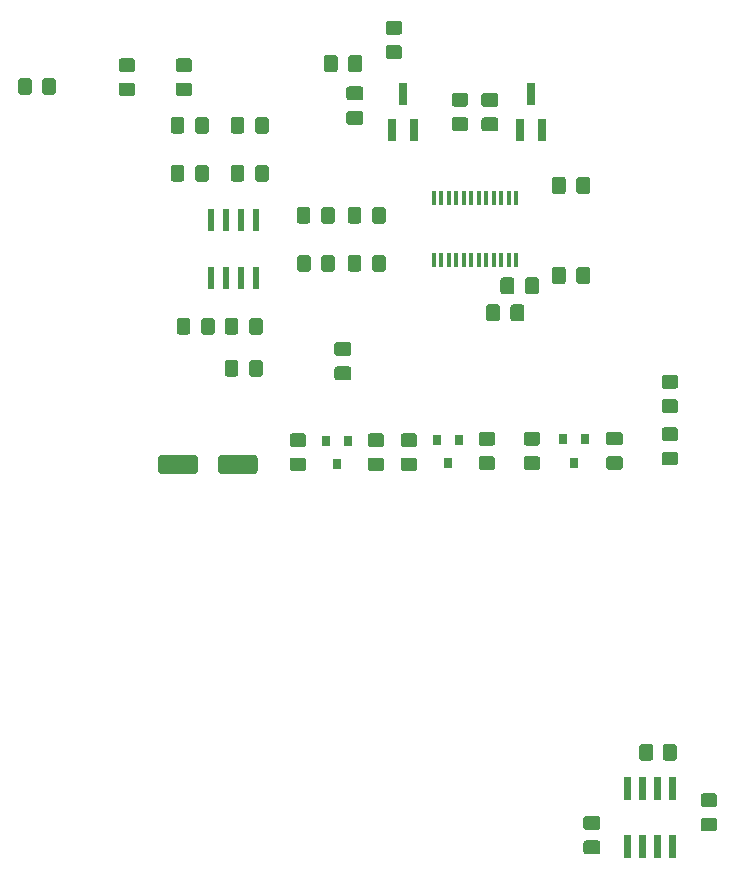
<source format=gbr>
%TF.GenerationSoftware,KiCad,Pcbnew,5.1.5+dfsg1-2build2*%
%TF.CreationDate,2022-03-24T11:55:02-04:00*%
%TF.ProjectId,Arduino controlled radio,41726475-696e-46f2-9063-6f6e74726f6c,rev?*%
%TF.SameCoordinates,Original*%
%TF.FileFunction,Paste,Top*%
%TF.FilePolarity,Positive*%
%FSLAX46Y46*%
G04 Gerber Fmt 4.6, Leading zero omitted, Abs format (unit mm)*
G04 Created by KiCad (PCBNEW 5.1.5+dfsg1-2build2) date 2022-03-24 11:55:02*
%MOMM*%
%LPD*%
G04 APERTURE LIST*
%ADD10R,0.558800X1.981200*%
%ADD11C,0.100000*%
%ADD12R,0.800000X0.900000*%
%ADD13R,0.800000X1.900000*%
%ADD14R,0.400000X1.200000*%
G04 APERTURE END LIST*
D10*
%TO.C,U3*%
X129794000Y-71120000D03*
X128524000Y-71120000D03*
X127254000Y-71120000D03*
X125984000Y-71120000D03*
X125984000Y-66192400D03*
X127254000Y-66192400D03*
X128524000Y-66192400D03*
X129794000Y-66192400D03*
%TD*%
D11*
%TO.C,R13*%
G36*
X126079505Y-74485204D02*
G01*
X126103773Y-74488804D01*
X126127572Y-74494765D01*
X126150671Y-74503030D01*
X126172850Y-74513520D01*
X126193893Y-74526132D01*
X126213599Y-74540747D01*
X126231777Y-74557223D01*
X126248253Y-74575401D01*
X126262868Y-74595107D01*
X126275480Y-74616150D01*
X126285970Y-74638329D01*
X126294235Y-74661428D01*
X126300196Y-74685227D01*
X126303796Y-74709495D01*
X126305000Y-74733999D01*
X126305000Y-75634001D01*
X126303796Y-75658505D01*
X126300196Y-75682773D01*
X126294235Y-75706572D01*
X126285970Y-75729671D01*
X126275480Y-75751850D01*
X126262868Y-75772893D01*
X126248253Y-75792599D01*
X126231777Y-75810777D01*
X126213599Y-75827253D01*
X126193893Y-75841868D01*
X126172850Y-75854480D01*
X126150671Y-75864970D01*
X126127572Y-75873235D01*
X126103773Y-75879196D01*
X126079505Y-75882796D01*
X126055001Y-75884000D01*
X125404999Y-75884000D01*
X125380495Y-75882796D01*
X125356227Y-75879196D01*
X125332428Y-75873235D01*
X125309329Y-75864970D01*
X125287150Y-75854480D01*
X125266107Y-75841868D01*
X125246401Y-75827253D01*
X125228223Y-75810777D01*
X125211747Y-75792599D01*
X125197132Y-75772893D01*
X125184520Y-75751850D01*
X125174030Y-75729671D01*
X125165765Y-75706572D01*
X125159804Y-75682773D01*
X125156204Y-75658505D01*
X125155000Y-75634001D01*
X125155000Y-74733999D01*
X125156204Y-74709495D01*
X125159804Y-74685227D01*
X125165765Y-74661428D01*
X125174030Y-74638329D01*
X125184520Y-74616150D01*
X125197132Y-74595107D01*
X125211747Y-74575401D01*
X125228223Y-74557223D01*
X125246401Y-74540747D01*
X125266107Y-74526132D01*
X125287150Y-74513520D01*
X125309329Y-74503030D01*
X125332428Y-74494765D01*
X125356227Y-74488804D01*
X125380495Y-74485204D01*
X125404999Y-74484000D01*
X126055001Y-74484000D01*
X126079505Y-74485204D01*
G37*
G36*
X124029505Y-74485204D02*
G01*
X124053773Y-74488804D01*
X124077572Y-74494765D01*
X124100671Y-74503030D01*
X124122850Y-74513520D01*
X124143893Y-74526132D01*
X124163599Y-74540747D01*
X124181777Y-74557223D01*
X124198253Y-74575401D01*
X124212868Y-74595107D01*
X124225480Y-74616150D01*
X124235970Y-74638329D01*
X124244235Y-74661428D01*
X124250196Y-74685227D01*
X124253796Y-74709495D01*
X124255000Y-74733999D01*
X124255000Y-75634001D01*
X124253796Y-75658505D01*
X124250196Y-75682773D01*
X124244235Y-75706572D01*
X124235970Y-75729671D01*
X124225480Y-75751850D01*
X124212868Y-75772893D01*
X124198253Y-75792599D01*
X124181777Y-75810777D01*
X124163599Y-75827253D01*
X124143893Y-75841868D01*
X124122850Y-75854480D01*
X124100671Y-75864970D01*
X124077572Y-75873235D01*
X124053773Y-75879196D01*
X124029505Y-75882796D01*
X124005001Y-75884000D01*
X123354999Y-75884000D01*
X123330495Y-75882796D01*
X123306227Y-75879196D01*
X123282428Y-75873235D01*
X123259329Y-75864970D01*
X123237150Y-75854480D01*
X123216107Y-75841868D01*
X123196401Y-75827253D01*
X123178223Y-75810777D01*
X123161747Y-75792599D01*
X123147132Y-75772893D01*
X123134520Y-75751850D01*
X123124030Y-75729671D01*
X123115765Y-75706572D01*
X123109804Y-75682773D01*
X123106204Y-75658505D01*
X123105000Y-75634001D01*
X123105000Y-74733999D01*
X123106204Y-74709495D01*
X123109804Y-74685227D01*
X123115765Y-74661428D01*
X123124030Y-74638329D01*
X123134520Y-74616150D01*
X123147132Y-74595107D01*
X123161747Y-74575401D01*
X123178223Y-74557223D01*
X123196401Y-74540747D01*
X123216107Y-74526132D01*
X123237150Y-74513520D01*
X123259329Y-74503030D01*
X123282428Y-74494765D01*
X123306227Y-74488804D01*
X123330495Y-74485204D01*
X123354999Y-74484000D01*
X124005001Y-74484000D01*
X124029505Y-74485204D01*
G37*
%TD*%
%TO.C,C10*%
G36*
X140557505Y-65087204D02*
G01*
X140581773Y-65090804D01*
X140605572Y-65096765D01*
X140628671Y-65105030D01*
X140650850Y-65115520D01*
X140671893Y-65128132D01*
X140691599Y-65142747D01*
X140709777Y-65159223D01*
X140726253Y-65177401D01*
X140740868Y-65197107D01*
X140753480Y-65218150D01*
X140763970Y-65240329D01*
X140772235Y-65263428D01*
X140778196Y-65287227D01*
X140781796Y-65311495D01*
X140783000Y-65335999D01*
X140783000Y-66236001D01*
X140781796Y-66260505D01*
X140778196Y-66284773D01*
X140772235Y-66308572D01*
X140763970Y-66331671D01*
X140753480Y-66353850D01*
X140740868Y-66374893D01*
X140726253Y-66394599D01*
X140709777Y-66412777D01*
X140691599Y-66429253D01*
X140671893Y-66443868D01*
X140650850Y-66456480D01*
X140628671Y-66466970D01*
X140605572Y-66475235D01*
X140581773Y-66481196D01*
X140557505Y-66484796D01*
X140533001Y-66486000D01*
X139882999Y-66486000D01*
X139858495Y-66484796D01*
X139834227Y-66481196D01*
X139810428Y-66475235D01*
X139787329Y-66466970D01*
X139765150Y-66456480D01*
X139744107Y-66443868D01*
X139724401Y-66429253D01*
X139706223Y-66412777D01*
X139689747Y-66394599D01*
X139675132Y-66374893D01*
X139662520Y-66353850D01*
X139652030Y-66331671D01*
X139643765Y-66308572D01*
X139637804Y-66284773D01*
X139634204Y-66260505D01*
X139633000Y-66236001D01*
X139633000Y-65335999D01*
X139634204Y-65311495D01*
X139637804Y-65287227D01*
X139643765Y-65263428D01*
X139652030Y-65240329D01*
X139662520Y-65218150D01*
X139675132Y-65197107D01*
X139689747Y-65177401D01*
X139706223Y-65159223D01*
X139724401Y-65142747D01*
X139744107Y-65128132D01*
X139765150Y-65115520D01*
X139787329Y-65105030D01*
X139810428Y-65096765D01*
X139834227Y-65090804D01*
X139858495Y-65087204D01*
X139882999Y-65086000D01*
X140533001Y-65086000D01*
X140557505Y-65087204D01*
G37*
G36*
X138507505Y-65087204D02*
G01*
X138531773Y-65090804D01*
X138555572Y-65096765D01*
X138578671Y-65105030D01*
X138600850Y-65115520D01*
X138621893Y-65128132D01*
X138641599Y-65142747D01*
X138659777Y-65159223D01*
X138676253Y-65177401D01*
X138690868Y-65197107D01*
X138703480Y-65218150D01*
X138713970Y-65240329D01*
X138722235Y-65263428D01*
X138728196Y-65287227D01*
X138731796Y-65311495D01*
X138733000Y-65335999D01*
X138733000Y-66236001D01*
X138731796Y-66260505D01*
X138728196Y-66284773D01*
X138722235Y-66308572D01*
X138713970Y-66331671D01*
X138703480Y-66353850D01*
X138690868Y-66374893D01*
X138676253Y-66394599D01*
X138659777Y-66412777D01*
X138641599Y-66429253D01*
X138621893Y-66443868D01*
X138600850Y-66456480D01*
X138578671Y-66466970D01*
X138555572Y-66475235D01*
X138531773Y-66481196D01*
X138507505Y-66484796D01*
X138483001Y-66486000D01*
X137832999Y-66486000D01*
X137808495Y-66484796D01*
X137784227Y-66481196D01*
X137760428Y-66475235D01*
X137737329Y-66466970D01*
X137715150Y-66456480D01*
X137694107Y-66443868D01*
X137674401Y-66429253D01*
X137656223Y-66412777D01*
X137639747Y-66394599D01*
X137625132Y-66374893D01*
X137612520Y-66353850D01*
X137602030Y-66331671D01*
X137593765Y-66308572D01*
X137587804Y-66284773D01*
X137584204Y-66260505D01*
X137583000Y-66236001D01*
X137583000Y-65335999D01*
X137584204Y-65311495D01*
X137587804Y-65287227D01*
X137593765Y-65263428D01*
X137602030Y-65240329D01*
X137612520Y-65218150D01*
X137625132Y-65197107D01*
X137639747Y-65177401D01*
X137656223Y-65159223D01*
X137674401Y-65142747D01*
X137694107Y-65128132D01*
X137715150Y-65115520D01*
X137737329Y-65105030D01*
X137760428Y-65096765D01*
X137784227Y-65090804D01*
X137808495Y-65087204D01*
X137832999Y-65086000D01*
X138483001Y-65086000D01*
X138507505Y-65087204D01*
G37*
%TD*%
%TO.C,R12*%
G36*
X134207505Y-69151204D02*
G01*
X134231773Y-69154804D01*
X134255572Y-69160765D01*
X134278671Y-69169030D01*
X134300850Y-69179520D01*
X134321893Y-69192132D01*
X134341599Y-69206747D01*
X134359777Y-69223223D01*
X134376253Y-69241401D01*
X134390868Y-69261107D01*
X134403480Y-69282150D01*
X134413970Y-69304329D01*
X134422235Y-69327428D01*
X134428196Y-69351227D01*
X134431796Y-69375495D01*
X134433000Y-69399999D01*
X134433000Y-70300001D01*
X134431796Y-70324505D01*
X134428196Y-70348773D01*
X134422235Y-70372572D01*
X134413970Y-70395671D01*
X134403480Y-70417850D01*
X134390868Y-70438893D01*
X134376253Y-70458599D01*
X134359777Y-70476777D01*
X134341599Y-70493253D01*
X134321893Y-70507868D01*
X134300850Y-70520480D01*
X134278671Y-70530970D01*
X134255572Y-70539235D01*
X134231773Y-70545196D01*
X134207505Y-70548796D01*
X134183001Y-70550000D01*
X133532999Y-70550000D01*
X133508495Y-70548796D01*
X133484227Y-70545196D01*
X133460428Y-70539235D01*
X133437329Y-70530970D01*
X133415150Y-70520480D01*
X133394107Y-70507868D01*
X133374401Y-70493253D01*
X133356223Y-70476777D01*
X133339747Y-70458599D01*
X133325132Y-70438893D01*
X133312520Y-70417850D01*
X133302030Y-70395671D01*
X133293765Y-70372572D01*
X133287804Y-70348773D01*
X133284204Y-70324505D01*
X133283000Y-70300001D01*
X133283000Y-69399999D01*
X133284204Y-69375495D01*
X133287804Y-69351227D01*
X133293765Y-69327428D01*
X133302030Y-69304329D01*
X133312520Y-69282150D01*
X133325132Y-69261107D01*
X133339747Y-69241401D01*
X133356223Y-69223223D01*
X133374401Y-69206747D01*
X133394107Y-69192132D01*
X133415150Y-69179520D01*
X133437329Y-69169030D01*
X133460428Y-69160765D01*
X133484227Y-69154804D01*
X133508495Y-69151204D01*
X133532999Y-69150000D01*
X134183001Y-69150000D01*
X134207505Y-69151204D01*
G37*
G36*
X136257505Y-69151204D02*
G01*
X136281773Y-69154804D01*
X136305572Y-69160765D01*
X136328671Y-69169030D01*
X136350850Y-69179520D01*
X136371893Y-69192132D01*
X136391599Y-69206747D01*
X136409777Y-69223223D01*
X136426253Y-69241401D01*
X136440868Y-69261107D01*
X136453480Y-69282150D01*
X136463970Y-69304329D01*
X136472235Y-69327428D01*
X136478196Y-69351227D01*
X136481796Y-69375495D01*
X136483000Y-69399999D01*
X136483000Y-70300001D01*
X136481796Y-70324505D01*
X136478196Y-70348773D01*
X136472235Y-70372572D01*
X136463970Y-70395671D01*
X136453480Y-70417850D01*
X136440868Y-70438893D01*
X136426253Y-70458599D01*
X136409777Y-70476777D01*
X136391599Y-70493253D01*
X136371893Y-70507868D01*
X136350850Y-70520480D01*
X136328671Y-70530970D01*
X136305572Y-70539235D01*
X136281773Y-70545196D01*
X136257505Y-70548796D01*
X136233001Y-70550000D01*
X135582999Y-70550000D01*
X135558495Y-70548796D01*
X135534227Y-70545196D01*
X135510428Y-70539235D01*
X135487329Y-70530970D01*
X135465150Y-70520480D01*
X135444107Y-70507868D01*
X135424401Y-70493253D01*
X135406223Y-70476777D01*
X135389747Y-70458599D01*
X135375132Y-70438893D01*
X135362520Y-70417850D01*
X135352030Y-70395671D01*
X135343765Y-70372572D01*
X135337804Y-70348773D01*
X135334204Y-70324505D01*
X135333000Y-70300001D01*
X135333000Y-69399999D01*
X135334204Y-69375495D01*
X135337804Y-69351227D01*
X135343765Y-69327428D01*
X135352030Y-69304329D01*
X135362520Y-69282150D01*
X135375132Y-69261107D01*
X135389747Y-69241401D01*
X135406223Y-69223223D01*
X135424401Y-69206747D01*
X135444107Y-69192132D01*
X135465150Y-69179520D01*
X135487329Y-69169030D01*
X135510428Y-69160765D01*
X135534227Y-69154804D01*
X135558495Y-69151204D01*
X135582999Y-69150000D01*
X136233001Y-69150000D01*
X136257505Y-69151204D01*
G37*
%TD*%
%TO.C,C15*%
G36*
X129704504Y-86069204D02*
G01*
X129728773Y-86072804D01*
X129752571Y-86078765D01*
X129775671Y-86087030D01*
X129797849Y-86097520D01*
X129818893Y-86110133D01*
X129838598Y-86124747D01*
X129856777Y-86141223D01*
X129873253Y-86159402D01*
X129887867Y-86179107D01*
X129900480Y-86200151D01*
X129910970Y-86222329D01*
X129919235Y-86245429D01*
X129925196Y-86269227D01*
X129928796Y-86293496D01*
X129930000Y-86318000D01*
X129930000Y-87418000D01*
X129928796Y-87442504D01*
X129925196Y-87466773D01*
X129919235Y-87490571D01*
X129910970Y-87513671D01*
X129900480Y-87535849D01*
X129887867Y-87556893D01*
X129873253Y-87576598D01*
X129856777Y-87594777D01*
X129838598Y-87611253D01*
X129818893Y-87625867D01*
X129797849Y-87638480D01*
X129775671Y-87648970D01*
X129752571Y-87657235D01*
X129728773Y-87663196D01*
X129704504Y-87666796D01*
X129680000Y-87668000D01*
X126855000Y-87668000D01*
X126830496Y-87666796D01*
X126806227Y-87663196D01*
X126782429Y-87657235D01*
X126759329Y-87648970D01*
X126737151Y-87638480D01*
X126716107Y-87625867D01*
X126696402Y-87611253D01*
X126678223Y-87594777D01*
X126661747Y-87576598D01*
X126647133Y-87556893D01*
X126634520Y-87535849D01*
X126624030Y-87513671D01*
X126615765Y-87490571D01*
X126609804Y-87466773D01*
X126606204Y-87442504D01*
X126605000Y-87418000D01*
X126605000Y-86318000D01*
X126606204Y-86293496D01*
X126609804Y-86269227D01*
X126615765Y-86245429D01*
X126624030Y-86222329D01*
X126634520Y-86200151D01*
X126647133Y-86179107D01*
X126661747Y-86159402D01*
X126678223Y-86141223D01*
X126696402Y-86124747D01*
X126716107Y-86110133D01*
X126737151Y-86097520D01*
X126759329Y-86087030D01*
X126782429Y-86078765D01*
X126806227Y-86072804D01*
X126830496Y-86069204D01*
X126855000Y-86068000D01*
X129680000Y-86068000D01*
X129704504Y-86069204D01*
G37*
G36*
X124629504Y-86069204D02*
G01*
X124653773Y-86072804D01*
X124677571Y-86078765D01*
X124700671Y-86087030D01*
X124722849Y-86097520D01*
X124743893Y-86110133D01*
X124763598Y-86124747D01*
X124781777Y-86141223D01*
X124798253Y-86159402D01*
X124812867Y-86179107D01*
X124825480Y-86200151D01*
X124835970Y-86222329D01*
X124844235Y-86245429D01*
X124850196Y-86269227D01*
X124853796Y-86293496D01*
X124855000Y-86318000D01*
X124855000Y-87418000D01*
X124853796Y-87442504D01*
X124850196Y-87466773D01*
X124844235Y-87490571D01*
X124835970Y-87513671D01*
X124825480Y-87535849D01*
X124812867Y-87556893D01*
X124798253Y-87576598D01*
X124781777Y-87594777D01*
X124763598Y-87611253D01*
X124743893Y-87625867D01*
X124722849Y-87638480D01*
X124700671Y-87648970D01*
X124677571Y-87657235D01*
X124653773Y-87663196D01*
X124629504Y-87666796D01*
X124605000Y-87668000D01*
X121780000Y-87668000D01*
X121755496Y-87666796D01*
X121731227Y-87663196D01*
X121707429Y-87657235D01*
X121684329Y-87648970D01*
X121662151Y-87638480D01*
X121641107Y-87625867D01*
X121621402Y-87611253D01*
X121603223Y-87594777D01*
X121586747Y-87576598D01*
X121572133Y-87556893D01*
X121559520Y-87535849D01*
X121549030Y-87513671D01*
X121540765Y-87490571D01*
X121534804Y-87466773D01*
X121531204Y-87442504D01*
X121530000Y-87418000D01*
X121530000Y-86318000D01*
X121531204Y-86293496D01*
X121534804Y-86269227D01*
X121540765Y-86245429D01*
X121549030Y-86222329D01*
X121559520Y-86200151D01*
X121572133Y-86179107D01*
X121586747Y-86159402D01*
X121603223Y-86141223D01*
X121621402Y-86124747D01*
X121641107Y-86110133D01*
X121662151Y-86097520D01*
X121684329Y-86087030D01*
X121707429Y-86078765D01*
X121731227Y-86072804D01*
X121755496Y-86069204D01*
X121780000Y-86068000D01*
X124605000Y-86068000D01*
X124629504Y-86069204D01*
G37*
%TD*%
%TO.C,C16*%
G36*
X112635505Y-54165204D02*
G01*
X112659773Y-54168804D01*
X112683572Y-54174765D01*
X112706671Y-54183030D01*
X112728850Y-54193520D01*
X112749893Y-54206132D01*
X112769599Y-54220747D01*
X112787777Y-54237223D01*
X112804253Y-54255401D01*
X112818868Y-54275107D01*
X112831480Y-54296150D01*
X112841970Y-54318329D01*
X112850235Y-54341428D01*
X112856196Y-54365227D01*
X112859796Y-54389495D01*
X112861000Y-54413999D01*
X112861000Y-55314001D01*
X112859796Y-55338505D01*
X112856196Y-55362773D01*
X112850235Y-55386572D01*
X112841970Y-55409671D01*
X112831480Y-55431850D01*
X112818868Y-55452893D01*
X112804253Y-55472599D01*
X112787777Y-55490777D01*
X112769599Y-55507253D01*
X112749893Y-55521868D01*
X112728850Y-55534480D01*
X112706671Y-55544970D01*
X112683572Y-55553235D01*
X112659773Y-55559196D01*
X112635505Y-55562796D01*
X112611001Y-55564000D01*
X111960999Y-55564000D01*
X111936495Y-55562796D01*
X111912227Y-55559196D01*
X111888428Y-55553235D01*
X111865329Y-55544970D01*
X111843150Y-55534480D01*
X111822107Y-55521868D01*
X111802401Y-55507253D01*
X111784223Y-55490777D01*
X111767747Y-55472599D01*
X111753132Y-55452893D01*
X111740520Y-55431850D01*
X111730030Y-55409671D01*
X111721765Y-55386572D01*
X111715804Y-55362773D01*
X111712204Y-55338505D01*
X111711000Y-55314001D01*
X111711000Y-54413999D01*
X111712204Y-54389495D01*
X111715804Y-54365227D01*
X111721765Y-54341428D01*
X111730030Y-54318329D01*
X111740520Y-54296150D01*
X111753132Y-54275107D01*
X111767747Y-54255401D01*
X111784223Y-54237223D01*
X111802401Y-54220747D01*
X111822107Y-54206132D01*
X111843150Y-54193520D01*
X111865329Y-54183030D01*
X111888428Y-54174765D01*
X111912227Y-54168804D01*
X111936495Y-54165204D01*
X111960999Y-54164000D01*
X112611001Y-54164000D01*
X112635505Y-54165204D01*
G37*
G36*
X110585505Y-54165204D02*
G01*
X110609773Y-54168804D01*
X110633572Y-54174765D01*
X110656671Y-54183030D01*
X110678850Y-54193520D01*
X110699893Y-54206132D01*
X110719599Y-54220747D01*
X110737777Y-54237223D01*
X110754253Y-54255401D01*
X110768868Y-54275107D01*
X110781480Y-54296150D01*
X110791970Y-54318329D01*
X110800235Y-54341428D01*
X110806196Y-54365227D01*
X110809796Y-54389495D01*
X110811000Y-54413999D01*
X110811000Y-55314001D01*
X110809796Y-55338505D01*
X110806196Y-55362773D01*
X110800235Y-55386572D01*
X110791970Y-55409671D01*
X110781480Y-55431850D01*
X110768868Y-55452893D01*
X110754253Y-55472599D01*
X110737777Y-55490777D01*
X110719599Y-55507253D01*
X110699893Y-55521868D01*
X110678850Y-55534480D01*
X110656671Y-55544970D01*
X110633572Y-55553235D01*
X110609773Y-55559196D01*
X110585505Y-55562796D01*
X110561001Y-55564000D01*
X109910999Y-55564000D01*
X109886495Y-55562796D01*
X109862227Y-55559196D01*
X109838428Y-55553235D01*
X109815329Y-55544970D01*
X109793150Y-55534480D01*
X109772107Y-55521868D01*
X109752401Y-55507253D01*
X109734223Y-55490777D01*
X109717747Y-55472599D01*
X109703132Y-55452893D01*
X109690520Y-55431850D01*
X109680030Y-55409671D01*
X109671765Y-55386572D01*
X109665804Y-55362773D01*
X109662204Y-55338505D01*
X109661000Y-55314001D01*
X109661000Y-54413999D01*
X109662204Y-54389495D01*
X109665804Y-54365227D01*
X109671765Y-54341428D01*
X109680030Y-54318329D01*
X109690520Y-54296150D01*
X109703132Y-54275107D01*
X109717747Y-54255401D01*
X109734223Y-54237223D01*
X109752401Y-54220747D01*
X109772107Y-54206132D01*
X109793150Y-54193520D01*
X109815329Y-54183030D01*
X109838428Y-54174765D01*
X109862227Y-54168804D01*
X109886495Y-54165204D01*
X109910999Y-54164000D01*
X110561001Y-54164000D01*
X110585505Y-54165204D01*
G37*
%TD*%
%TO.C,C7*%
G36*
X138675504Y-56944704D02*
G01*
X138699773Y-56948304D01*
X138723571Y-56954265D01*
X138746671Y-56962530D01*
X138768849Y-56973020D01*
X138789893Y-56985633D01*
X138809598Y-57000247D01*
X138827777Y-57016723D01*
X138844253Y-57034902D01*
X138858867Y-57054607D01*
X138871480Y-57075651D01*
X138881970Y-57097829D01*
X138890235Y-57120929D01*
X138896196Y-57144727D01*
X138899796Y-57168996D01*
X138901000Y-57193500D01*
X138901000Y-57868500D01*
X138899796Y-57893004D01*
X138896196Y-57917273D01*
X138890235Y-57941071D01*
X138881970Y-57964171D01*
X138871480Y-57986349D01*
X138858867Y-58007393D01*
X138844253Y-58027098D01*
X138827777Y-58045277D01*
X138809598Y-58061753D01*
X138789893Y-58076367D01*
X138768849Y-58088980D01*
X138746671Y-58099470D01*
X138723571Y-58107735D01*
X138699773Y-58113696D01*
X138675504Y-58117296D01*
X138651000Y-58118500D01*
X137701000Y-58118500D01*
X137676496Y-58117296D01*
X137652227Y-58113696D01*
X137628429Y-58107735D01*
X137605329Y-58099470D01*
X137583151Y-58088980D01*
X137562107Y-58076367D01*
X137542402Y-58061753D01*
X137524223Y-58045277D01*
X137507747Y-58027098D01*
X137493133Y-58007393D01*
X137480520Y-57986349D01*
X137470030Y-57964171D01*
X137461765Y-57941071D01*
X137455804Y-57917273D01*
X137452204Y-57893004D01*
X137451000Y-57868500D01*
X137451000Y-57193500D01*
X137452204Y-57168996D01*
X137455804Y-57144727D01*
X137461765Y-57120929D01*
X137470030Y-57097829D01*
X137480520Y-57075651D01*
X137493133Y-57054607D01*
X137507747Y-57034902D01*
X137524223Y-57016723D01*
X137542402Y-57000247D01*
X137562107Y-56985633D01*
X137583151Y-56973020D01*
X137605329Y-56962530D01*
X137628429Y-56954265D01*
X137652227Y-56948304D01*
X137676496Y-56944704D01*
X137701000Y-56943500D01*
X138651000Y-56943500D01*
X138675504Y-56944704D01*
G37*
G36*
X138675504Y-54869704D02*
G01*
X138699773Y-54873304D01*
X138723571Y-54879265D01*
X138746671Y-54887530D01*
X138768849Y-54898020D01*
X138789893Y-54910633D01*
X138809598Y-54925247D01*
X138827777Y-54941723D01*
X138844253Y-54959902D01*
X138858867Y-54979607D01*
X138871480Y-55000651D01*
X138881970Y-55022829D01*
X138890235Y-55045929D01*
X138896196Y-55069727D01*
X138899796Y-55093996D01*
X138901000Y-55118500D01*
X138901000Y-55793500D01*
X138899796Y-55818004D01*
X138896196Y-55842273D01*
X138890235Y-55866071D01*
X138881970Y-55889171D01*
X138871480Y-55911349D01*
X138858867Y-55932393D01*
X138844253Y-55952098D01*
X138827777Y-55970277D01*
X138809598Y-55986753D01*
X138789893Y-56001367D01*
X138768849Y-56013980D01*
X138746671Y-56024470D01*
X138723571Y-56032735D01*
X138699773Y-56038696D01*
X138675504Y-56042296D01*
X138651000Y-56043500D01*
X137701000Y-56043500D01*
X137676496Y-56042296D01*
X137652227Y-56038696D01*
X137628429Y-56032735D01*
X137605329Y-56024470D01*
X137583151Y-56013980D01*
X137562107Y-56001367D01*
X137542402Y-55986753D01*
X137524223Y-55970277D01*
X137507747Y-55952098D01*
X137493133Y-55932393D01*
X137480520Y-55911349D01*
X137470030Y-55889171D01*
X137461765Y-55866071D01*
X137455804Y-55842273D01*
X137452204Y-55818004D01*
X137451000Y-55793500D01*
X137451000Y-55118500D01*
X137452204Y-55093996D01*
X137455804Y-55069727D01*
X137461765Y-55045929D01*
X137470030Y-55022829D01*
X137480520Y-55000651D01*
X137493133Y-54979607D01*
X137507747Y-54959902D01*
X137524223Y-54941723D01*
X137542402Y-54925247D01*
X137562107Y-54910633D01*
X137583151Y-54898020D01*
X137605329Y-54887530D01*
X137628429Y-54879265D01*
X137652227Y-54873304D01*
X137676496Y-54869704D01*
X137701000Y-54868500D01*
X138651000Y-54868500D01*
X138675504Y-54869704D01*
G37*
%TD*%
%TO.C,R2*%
G36*
X168622505Y-116783204D02*
G01*
X168646773Y-116786804D01*
X168670572Y-116792765D01*
X168693671Y-116801030D01*
X168715850Y-116811520D01*
X168736893Y-116824132D01*
X168756599Y-116838747D01*
X168774777Y-116855223D01*
X168791253Y-116873401D01*
X168805868Y-116893107D01*
X168818480Y-116914150D01*
X168828970Y-116936329D01*
X168837235Y-116959428D01*
X168843196Y-116983227D01*
X168846796Y-117007495D01*
X168848000Y-117031999D01*
X168848000Y-117682001D01*
X168846796Y-117706505D01*
X168843196Y-117730773D01*
X168837235Y-117754572D01*
X168828970Y-117777671D01*
X168818480Y-117799850D01*
X168805868Y-117820893D01*
X168791253Y-117840599D01*
X168774777Y-117858777D01*
X168756599Y-117875253D01*
X168736893Y-117889868D01*
X168715850Y-117902480D01*
X168693671Y-117912970D01*
X168670572Y-117921235D01*
X168646773Y-117927196D01*
X168622505Y-117930796D01*
X168598001Y-117932000D01*
X167697999Y-117932000D01*
X167673495Y-117930796D01*
X167649227Y-117927196D01*
X167625428Y-117921235D01*
X167602329Y-117912970D01*
X167580150Y-117902480D01*
X167559107Y-117889868D01*
X167539401Y-117875253D01*
X167521223Y-117858777D01*
X167504747Y-117840599D01*
X167490132Y-117820893D01*
X167477520Y-117799850D01*
X167467030Y-117777671D01*
X167458765Y-117754572D01*
X167452804Y-117730773D01*
X167449204Y-117706505D01*
X167448000Y-117682001D01*
X167448000Y-117031999D01*
X167449204Y-117007495D01*
X167452804Y-116983227D01*
X167458765Y-116959428D01*
X167467030Y-116936329D01*
X167477520Y-116914150D01*
X167490132Y-116893107D01*
X167504747Y-116873401D01*
X167521223Y-116855223D01*
X167539401Y-116838747D01*
X167559107Y-116824132D01*
X167580150Y-116811520D01*
X167602329Y-116801030D01*
X167625428Y-116792765D01*
X167649227Y-116786804D01*
X167673495Y-116783204D01*
X167697999Y-116782000D01*
X168598001Y-116782000D01*
X168622505Y-116783204D01*
G37*
G36*
X168622505Y-114733204D02*
G01*
X168646773Y-114736804D01*
X168670572Y-114742765D01*
X168693671Y-114751030D01*
X168715850Y-114761520D01*
X168736893Y-114774132D01*
X168756599Y-114788747D01*
X168774777Y-114805223D01*
X168791253Y-114823401D01*
X168805868Y-114843107D01*
X168818480Y-114864150D01*
X168828970Y-114886329D01*
X168837235Y-114909428D01*
X168843196Y-114933227D01*
X168846796Y-114957495D01*
X168848000Y-114981999D01*
X168848000Y-115632001D01*
X168846796Y-115656505D01*
X168843196Y-115680773D01*
X168837235Y-115704572D01*
X168828970Y-115727671D01*
X168818480Y-115749850D01*
X168805868Y-115770893D01*
X168791253Y-115790599D01*
X168774777Y-115808777D01*
X168756599Y-115825253D01*
X168736893Y-115839868D01*
X168715850Y-115852480D01*
X168693671Y-115862970D01*
X168670572Y-115871235D01*
X168646773Y-115877196D01*
X168622505Y-115880796D01*
X168598001Y-115882000D01*
X167697999Y-115882000D01*
X167673495Y-115880796D01*
X167649227Y-115877196D01*
X167625428Y-115871235D01*
X167602329Y-115862970D01*
X167580150Y-115852480D01*
X167559107Y-115839868D01*
X167539401Y-115825253D01*
X167521223Y-115808777D01*
X167504747Y-115790599D01*
X167490132Y-115770893D01*
X167477520Y-115749850D01*
X167467030Y-115727671D01*
X167458765Y-115704572D01*
X167452804Y-115680773D01*
X167449204Y-115656505D01*
X167448000Y-115632001D01*
X167448000Y-114981999D01*
X167449204Y-114957495D01*
X167452804Y-114933227D01*
X167458765Y-114909428D01*
X167467030Y-114886329D01*
X167477520Y-114864150D01*
X167490132Y-114843107D01*
X167504747Y-114823401D01*
X167521223Y-114805223D01*
X167539401Y-114788747D01*
X167559107Y-114774132D01*
X167580150Y-114761520D01*
X167602329Y-114751030D01*
X167625428Y-114742765D01*
X167649227Y-114736804D01*
X167673495Y-114733204D01*
X167697999Y-114732000D01*
X168598001Y-114732000D01*
X168622505Y-114733204D01*
G37*
%TD*%
%TO.C,C14*%
G36*
X130143505Y-78041204D02*
G01*
X130167773Y-78044804D01*
X130191572Y-78050765D01*
X130214671Y-78059030D01*
X130236850Y-78069520D01*
X130257893Y-78082132D01*
X130277599Y-78096747D01*
X130295777Y-78113223D01*
X130312253Y-78131401D01*
X130326868Y-78151107D01*
X130339480Y-78172150D01*
X130349970Y-78194329D01*
X130358235Y-78217428D01*
X130364196Y-78241227D01*
X130367796Y-78265495D01*
X130369000Y-78289999D01*
X130369000Y-79190001D01*
X130367796Y-79214505D01*
X130364196Y-79238773D01*
X130358235Y-79262572D01*
X130349970Y-79285671D01*
X130339480Y-79307850D01*
X130326868Y-79328893D01*
X130312253Y-79348599D01*
X130295777Y-79366777D01*
X130277599Y-79383253D01*
X130257893Y-79397868D01*
X130236850Y-79410480D01*
X130214671Y-79420970D01*
X130191572Y-79429235D01*
X130167773Y-79435196D01*
X130143505Y-79438796D01*
X130119001Y-79440000D01*
X129468999Y-79440000D01*
X129444495Y-79438796D01*
X129420227Y-79435196D01*
X129396428Y-79429235D01*
X129373329Y-79420970D01*
X129351150Y-79410480D01*
X129330107Y-79397868D01*
X129310401Y-79383253D01*
X129292223Y-79366777D01*
X129275747Y-79348599D01*
X129261132Y-79328893D01*
X129248520Y-79307850D01*
X129238030Y-79285671D01*
X129229765Y-79262572D01*
X129223804Y-79238773D01*
X129220204Y-79214505D01*
X129219000Y-79190001D01*
X129219000Y-78289999D01*
X129220204Y-78265495D01*
X129223804Y-78241227D01*
X129229765Y-78217428D01*
X129238030Y-78194329D01*
X129248520Y-78172150D01*
X129261132Y-78151107D01*
X129275747Y-78131401D01*
X129292223Y-78113223D01*
X129310401Y-78096747D01*
X129330107Y-78082132D01*
X129351150Y-78069520D01*
X129373329Y-78059030D01*
X129396428Y-78050765D01*
X129420227Y-78044804D01*
X129444495Y-78041204D01*
X129468999Y-78040000D01*
X130119001Y-78040000D01*
X130143505Y-78041204D01*
G37*
G36*
X128093505Y-78041204D02*
G01*
X128117773Y-78044804D01*
X128141572Y-78050765D01*
X128164671Y-78059030D01*
X128186850Y-78069520D01*
X128207893Y-78082132D01*
X128227599Y-78096747D01*
X128245777Y-78113223D01*
X128262253Y-78131401D01*
X128276868Y-78151107D01*
X128289480Y-78172150D01*
X128299970Y-78194329D01*
X128308235Y-78217428D01*
X128314196Y-78241227D01*
X128317796Y-78265495D01*
X128319000Y-78289999D01*
X128319000Y-79190001D01*
X128317796Y-79214505D01*
X128314196Y-79238773D01*
X128308235Y-79262572D01*
X128299970Y-79285671D01*
X128289480Y-79307850D01*
X128276868Y-79328893D01*
X128262253Y-79348599D01*
X128245777Y-79366777D01*
X128227599Y-79383253D01*
X128207893Y-79397868D01*
X128186850Y-79410480D01*
X128164671Y-79420970D01*
X128141572Y-79429235D01*
X128117773Y-79435196D01*
X128093505Y-79438796D01*
X128069001Y-79440000D01*
X127418999Y-79440000D01*
X127394495Y-79438796D01*
X127370227Y-79435196D01*
X127346428Y-79429235D01*
X127323329Y-79420970D01*
X127301150Y-79410480D01*
X127280107Y-79397868D01*
X127260401Y-79383253D01*
X127242223Y-79366777D01*
X127225747Y-79348599D01*
X127211132Y-79328893D01*
X127198520Y-79307850D01*
X127188030Y-79285671D01*
X127179765Y-79262572D01*
X127173804Y-79238773D01*
X127170204Y-79214505D01*
X127169000Y-79190001D01*
X127169000Y-78289999D01*
X127170204Y-78265495D01*
X127173804Y-78241227D01*
X127179765Y-78217428D01*
X127188030Y-78194329D01*
X127198520Y-78172150D01*
X127211132Y-78151107D01*
X127225747Y-78131401D01*
X127242223Y-78113223D01*
X127260401Y-78096747D01*
X127280107Y-78082132D01*
X127301150Y-78069520D01*
X127323329Y-78059030D01*
X127346428Y-78050765D01*
X127370227Y-78044804D01*
X127394495Y-78041204D01*
X127418999Y-78040000D01*
X128069001Y-78040000D01*
X128093505Y-78041204D01*
G37*
%TD*%
%TO.C,C13*%
G36*
X130651505Y-57467204D02*
G01*
X130675773Y-57470804D01*
X130699572Y-57476765D01*
X130722671Y-57485030D01*
X130744850Y-57495520D01*
X130765893Y-57508132D01*
X130785599Y-57522747D01*
X130803777Y-57539223D01*
X130820253Y-57557401D01*
X130834868Y-57577107D01*
X130847480Y-57598150D01*
X130857970Y-57620329D01*
X130866235Y-57643428D01*
X130872196Y-57667227D01*
X130875796Y-57691495D01*
X130877000Y-57715999D01*
X130877000Y-58616001D01*
X130875796Y-58640505D01*
X130872196Y-58664773D01*
X130866235Y-58688572D01*
X130857970Y-58711671D01*
X130847480Y-58733850D01*
X130834868Y-58754893D01*
X130820253Y-58774599D01*
X130803777Y-58792777D01*
X130785599Y-58809253D01*
X130765893Y-58823868D01*
X130744850Y-58836480D01*
X130722671Y-58846970D01*
X130699572Y-58855235D01*
X130675773Y-58861196D01*
X130651505Y-58864796D01*
X130627001Y-58866000D01*
X129976999Y-58866000D01*
X129952495Y-58864796D01*
X129928227Y-58861196D01*
X129904428Y-58855235D01*
X129881329Y-58846970D01*
X129859150Y-58836480D01*
X129838107Y-58823868D01*
X129818401Y-58809253D01*
X129800223Y-58792777D01*
X129783747Y-58774599D01*
X129769132Y-58754893D01*
X129756520Y-58733850D01*
X129746030Y-58711671D01*
X129737765Y-58688572D01*
X129731804Y-58664773D01*
X129728204Y-58640505D01*
X129727000Y-58616001D01*
X129727000Y-57715999D01*
X129728204Y-57691495D01*
X129731804Y-57667227D01*
X129737765Y-57643428D01*
X129746030Y-57620329D01*
X129756520Y-57598150D01*
X129769132Y-57577107D01*
X129783747Y-57557401D01*
X129800223Y-57539223D01*
X129818401Y-57522747D01*
X129838107Y-57508132D01*
X129859150Y-57495520D01*
X129881329Y-57485030D01*
X129904428Y-57476765D01*
X129928227Y-57470804D01*
X129952495Y-57467204D01*
X129976999Y-57466000D01*
X130627001Y-57466000D01*
X130651505Y-57467204D01*
G37*
G36*
X128601505Y-57467204D02*
G01*
X128625773Y-57470804D01*
X128649572Y-57476765D01*
X128672671Y-57485030D01*
X128694850Y-57495520D01*
X128715893Y-57508132D01*
X128735599Y-57522747D01*
X128753777Y-57539223D01*
X128770253Y-57557401D01*
X128784868Y-57577107D01*
X128797480Y-57598150D01*
X128807970Y-57620329D01*
X128816235Y-57643428D01*
X128822196Y-57667227D01*
X128825796Y-57691495D01*
X128827000Y-57715999D01*
X128827000Y-58616001D01*
X128825796Y-58640505D01*
X128822196Y-58664773D01*
X128816235Y-58688572D01*
X128807970Y-58711671D01*
X128797480Y-58733850D01*
X128784868Y-58754893D01*
X128770253Y-58774599D01*
X128753777Y-58792777D01*
X128735599Y-58809253D01*
X128715893Y-58823868D01*
X128694850Y-58836480D01*
X128672671Y-58846970D01*
X128649572Y-58855235D01*
X128625773Y-58861196D01*
X128601505Y-58864796D01*
X128577001Y-58866000D01*
X127926999Y-58866000D01*
X127902495Y-58864796D01*
X127878227Y-58861196D01*
X127854428Y-58855235D01*
X127831329Y-58846970D01*
X127809150Y-58836480D01*
X127788107Y-58823868D01*
X127768401Y-58809253D01*
X127750223Y-58792777D01*
X127733747Y-58774599D01*
X127719132Y-58754893D01*
X127706520Y-58733850D01*
X127696030Y-58711671D01*
X127687765Y-58688572D01*
X127681804Y-58664773D01*
X127678204Y-58640505D01*
X127677000Y-58616001D01*
X127677000Y-57715999D01*
X127678204Y-57691495D01*
X127681804Y-57667227D01*
X127687765Y-57643428D01*
X127696030Y-57620329D01*
X127706520Y-57598150D01*
X127719132Y-57577107D01*
X127733747Y-57557401D01*
X127750223Y-57539223D01*
X127768401Y-57522747D01*
X127788107Y-57508132D01*
X127809150Y-57495520D01*
X127831329Y-57485030D01*
X127854428Y-57476765D01*
X127878227Y-57470804D01*
X127902495Y-57467204D01*
X127926999Y-57466000D01*
X128577001Y-57466000D01*
X128601505Y-57467204D01*
G37*
%TD*%
%TO.C,C3*%
G36*
X157885004Y-70142204D02*
G01*
X157909273Y-70145804D01*
X157933071Y-70151765D01*
X157956171Y-70160030D01*
X157978349Y-70170520D01*
X157999393Y-70183133D01*
X158019098Y-70197747D01*
X158037277Y-70214223D01*
X158053753Y-70232402D01*
X158068367Y-70252107D01*
X158080980Y-70273151D01*
X158091470Y-70295329D01*
X158099735Y-70318429D01*
X158105696Y-70342227D01*
X158109296Y-70366496D01*
X158110500Y-70391000D01*
X158110500Y-71341000D01*
X158109296Y-71365504D01*
X158105696Y-71389773D01*
X158099735Y-71413571D01*
X158091470Y-71436671D01*
X158080980Y-71458849D01*
X158068367Y-71479893D01*
X158053753Y-71499598D01*
X158037277Y-71517777D01*
X158019098Y-71534253D01*
X157999393Y-71548867D01*
X157978349Y-71561480D01*
X157956171Y-71571970D01*
X157933071Y-71580235D01*
X157909273Y-71586196D01*
X157885004Y-71589796D01*
X157860500Y-71591000D01*
X157185500Y-71591000D01*
X157160996Y-71589796D01*
X157136727Y-71586196D01*
X157112929Y-71580235D01*
X157089829Y-71571970D01*
X157067651Y-71561480D01*
X157046607Y-71548867D01*
X157026902Y-71534253D01*
X157008723Y-71517777D01*
X156992247Y-71499598D01*
X156977633Y-71479893D01*
X156965020Y-71458849D01*
X156954530Y-71436671D01*
X156946265Y-71413571D01*
X156940304Y-71389773D01*
X156936704Y-71365504D01*
X156935500Y-71341000D01*
X156935500Y-70391000D01*
X156936704Y-70366496D01*
X156940304Y-70342227D01*
X156946265Y-70318429D01*
X156954530Y-70295329D01*
X156965020Y-70273151D01*
X156977633Y-70252107D01*
X156992247Y-70232402D01*
X157008723Y-70214223D01*
X157026902Y-70197747D01*
X157046607Y-70183133D01*
X157067651Y-70170520D01*
X157089829Y-70160030D01*
X157112929Y-70151765D01*
X157136727Y-70145804D01*
X157160996Y-70142204D01*
X157185500Y-70141000D01*
X157860500Y-70141000D01*
X157885004Y-70142204D01*
G37*
G36*
X155810004Y-70142204D02*
G01*
X155834273Y-70145804D01*
X155858071Y-70151765D01*
X155881171Y-70160030D01*
X155903349Y-70170520D01*
X155924393Y-70183133D01*
X155944098Y-70197747D01*
X155962277Y-70214223D01*
X155978753Y-70232402D01*
X155993367Y-70252107D01*
X156005980Y-70273151D01*
X156016470Y-70295329D01*
X156024735Y-70318429D01*
X156030696Y-70342227D01*
X156034296Y-70366496D01*
X156035500Y-70391000D01*
X156035500Y-71341000D01*
X156034296Y-71365504D01*
X156030696Y-71389773D01*
X156024735Y-71413571D01*
X156016470Y-71436671D01*
X156005980Y-71458849D01*
X155993367Y-71479893D01*
X155978753Y-71499598D01*
X155962277Y-71517777D01*
X155944098Y-71534253D01*
X155924393Y-71548867D01*
X155903349Y-71561480D01*
X155881171Y-71571970D01*
X155858071Y-71580235D01*
X155834273Y-71586196D01*
X155810004Y-71589796D01*
X155785500Y-71591000D01*
X155110500Y-71591000D01*
X155085996Y-71589796D01*
X155061727Y-71586196D01*
X155037929Y-71580235D01*
X155014829Y-71571970D01*
X154992651Y-71561480D01*
X154971607Y-71548867D01*
X154951902Y-71534253D01*
X154933723Y-71517777D01*
X154917247Y-71499598D01*
X154902633Y-71479893D01*
X154890020Y-71458849D01*
X154879530Y-71436671D01*
X154871265Y-71413571D01*
X154865304Y-71389773D01*
X154861704Y-71365504D01*
X154860500Y-71341000D01*
X154860500Y-70391000D01*
X154861704Y-70366496D01*
X154865304Y-70342227D01*
X154871265Y-70318429D01*
X154879530Y-70295329D01*
X154890020Y-70273151D01*
X154902633Y-70252107D01*
X154917247Y-70232402D01*
X154933723Y-70214223D01*
X154951902Y-70197747D01*
X154971607Y-70183133D01*
X154992651Y-70170520D01*
X155014829Y-70160030D01*
X155037929Y-70151765D01*
X155061727Y-70145804D01*
X155085996Y-70142204D01*
X155110500Y-70141000D01*
X155785500Y-70141000D01*
X155810004Y-70142204D01*
G37*
%TD*%
%TO.C,R18*%
G36*
X119346505Y-54544204D02*
G01*
X119370773Y-54547804D01*
X119394572Y-54553765D01*
X119417671Y-54562030D01*
X119439850Y-54572520D01*
X119460893Y-54585132D01*
X119480599Y-54599747D01*
X119498777Y-54616223D01*
X119515253Y-54634401D01*
X119529868Y-54654107D01*
X119542480Y-54675150D01*
X119552970Y-54697329D01*
X119561235Y-54720428D01*
X119567196Y-54744227D01*
X119570796Y-54768495D01*
X119572000Y-54792999D01*
X119572000Y-55443001D01*
X119570796Y-55467505D01*
X119567196Y-55491773D01*
X119561235Y-55515572D01*
X119552970Y-55538671D01*
X119542480Y-55560850D01*
X119529868Y-55581893D01*
X119515253Y-55601599D01*
X119498777Y-55619777D01*
X119480599Y-55636253D01*
X119460893Y-55650868D01*
X119439850Y-55663480D01*
X119417671Y-55673970D01*
X119394572Y-55682235D01*
X119370773Y-55688196D01*
X119346505Y-55691796D01*
X119322001Y-55693000D01*
X118421999Y-55693000D01*
X118397495Y-55691796D01*
X118373227Y-55688196D01*
X118349428Y-55682235D01*
X118326329Y-55673970D01*
X118304150Y-55663480D01*
X118283107Y-55650868D01*
X118263401Y-55636253D01*
X118245223Y-55619777D01*
X118228747Y-55601599D01*
X118214132Y-55581893D01*
X118201520Y-55560850D01*
X118191030Y-55538671D01*
X118182765Y-55515572D01*
X118176804Y-55491773D01*
X118173204Y-55467505D01*
X118172000Y-55443001D01*
X118172000Y-54792999D01*
X118173204Y-54768495D01*
X118176804Y-54744227D01*
X118182765Y-54720428D01*
X118191030Y-54697329D01*
X118201520Y-54675150D01*
X118214132Y-54654107D01*
X118228747Y-54634401D01*
X118245223Y-54616223D01*
X118263401Y-54599747D01*
X118283107Y-54585132D01*
X118304150Y-54572520D01*
X118326329Y-54562030D01*
X118349428Y-54553765D01*
X118373227Y-54547804D01*
X118397495Y-54544204D01*
X118421999Y-54543000D01*
X119322001Y-54543000D01*
X119346505Y-54544204D01*
G37*
G36*
X119346505Y-52494204D02*
G01*
X119370773Y-52497804D01*
X119394572Y-52503765D01*
X119417671Y-52512030D01*
X119439850Y-52522520D01*
X119460893Y-52535132D01*
X119480599Y-52549747D01*
X119498777Y-52566223D01*
X119515253Y-52584401D01*
X119529868Y-52604107D01*
X119542480Y-52625150D01*
X119552970Y-52647329D01*
X119561235Y-52670428D01*
X119567196Y-52694227D01*
X119570796Y-52718495D01*
X119572000Y-52742999D01*
X119572000Y-53393001D01*
X119570796Y-53417505D01*
X119567196Y-53441773D01*
X119561235Y-53465572D01*
X119552970Y-53488671D01*
X119542480Y-53510850D01*
X119529868Y-53531893D01*
X119515253Y-53551599D01*
X119498777Y-53569777D01*
X119480599Y-53586253D01*
X119460893Y-53600868D01*
X119439850Y-53613480D01*
X119417671Y-53623970D01*
X119394572Y-53632235D01*
X119370773Y-53638196D01*
X119346505Y-53641796D01*
X119322001Y-53643000D01*
X118421999Y-53643000D01*
X118397495Y-53641796D01*
X118373227Y-53638196D01*
X118349428Y-53632235D01*
X118326329Y-53623970D01*
X118304150Y-53613480D01*
X118283107Y-53600868D01*
X118263401Y-53586253D01*
X118245223Y-53569777D01*
X118228747Y-53551599D01*
X118214132Y-53531893D01*
X118201520Y-53510850D01*
X118191030Y-53488671D01*
X118182765Y-53465572D01*
X118176804Y-53441773D01*
X118173204Y-53417505D01*
X118172000Y-53393001D01*
X118172000Y-52742999D01*
X118173204Y-52718495D01*
X118176804Y-52694227D01*
X118182765Y-52670428D01*
X118191030Y-52647329D01*
X118201520Y-52625150D01*
X118214132Y-52604107D01*
X118228747Y-52584401D01*
X118245223Y-52566223D01*
X118263401Y-52549747D01*
X118283107Y-52535132D01*
X118304150Y-52522520D01*
X118326329Y-52512030D01*
X118349428Y-52503765D01*
X118373227Y-52497804D01*
X118397495Y-52494204D01*
X118421999Y-52493000D01*
X119322001Y-52493000D01*
X119346505Y-52494204D01*
G37*
%TD*%
%TO.C,R17*%
G36*
X124172505Y-54544204D02*
G01*
X124196773Y-54547804D01*
X124220572Y-54553765D01*
X124243671Y-54562030D01*
X124265850Y-54572520D01*
X124286893Y-54585132D01*
X124306599Y-54599747D01*
X124324777Y-54616223D01*
X124341253Y-54634401D01*
X124355868Y-54654107D01*
X124368480Y-54675150D01*
X124378970Y-54697329D01*
X124387235Y-54720428D01*
X124393196Y-54744227D01*
X124396796Y-54768495D01*
X124398000Y-54792999D01*
X124398000Y-55443001D01*
X124396796Y-55467505D01*
X124393196Y-55491773D01*
X124387235Y-55515572D01*
X124378970Y-55538671D01*
X124368480Y-55560850D01*
X124355868Y-55581893D01*
X124341253Y-55601599D01*
X124324777Y-55619777D01*
X124306599Y-55636253D01*
X124286893Y-55650868D01*
X124265850Y-55663480D01*
X124243671Y-55673970D01*
X124220572Y-55682235D01*
X124196773Y-55688196D01*
X124172505Y-55691796D01*
X124148001Y-55693000D01*
X123247999Y-55693000D01*
X123223495Y-55691796D01*
X123199227Y-55688196D01*
X123175428Y-55682235D01*
X123152329Y-55673970D01*
X123130150Y-55663480D01*
X123109107Y-55650868D01*
X123089401Y-55636253D01*
X123071223Y-55619777D01*
X123054747Y-55601599D01*
X123040132Y-55581893D01*
X123027520Y-55560850D01*
X123017030Y-55538671D01*
X123008765Y-55515572D01*
X123002804Y-55491773D01*
X122999204Y-55467505D01*
X122998000Y-55443001D01*
X122998000Y-54792999D01*
X122999204Y-54768495D01*
X123002804Y-54744227D01*
X123008765Y-54720428D01*
X123017030Y-54697329D01*
X123027520Y-54675150D01*
X123040132Y-54654107D01*
X123054747Y-54634401D01*
X123071223Y-54616223D01*
X123089401Y-54599747D01*
X123109107Y-54585132D01*
X123130150Y-54572520D01*
X123152329Y-54562030D01*
X123175428Y-54553765D01*
X123199227Y-54547804D01*
X123223495Y-54544204D01*
X123247999Y-54543000D01*
X124148001Y-54543000D01*
X124172505Y-54544204D01*
G37*
G36*
X124172505Y-52494204D02*
G01*
X124196773Y-52497804D01*
X124220572Y-52503765D01*
X124243671Y-52512030D01*
X124265850Y-52522520D01*
X124286893Y-52535132D01*
X124306599Y-52549747D01*
X124324777Y-52566223D01*
X124341253Y-52584401D01*
X124355868Y-52604107D01*
X124368480Y-52625150D01*
X124378970Y-52647329D01*
X124387235Y-52670428D01*
X124393196Y-52694227D01*
X124396796Y-52718495D01*
X124398000Y-52742999D01*
X124398000Y-53393001D01*
X124396796Y-53417505D01*
X124393196Y-53441773D01*
X124387235Y-53465572D01*
X124378970Y-53488671D01*
X124368480Y-53510850D01*
X124355868Y-53531893D01*
X124341253Y-53551599D01*
X124324777Y-53569777D01*
X124306599Y-53586253D01*
X124286893Y-53600868D01*
X124265850Y-53613480D01*
X124243671Y-53623970D01*
X124220572Y-53632235D01*
X124196773Y-53638196D01*
X124172505Y-53641796D01*
X124148001Y-53643000D01*
X123247999Y-53643000D01*
X123223495Y-53641796D01*
X123199227Y-53638196D01*
X123175428Y-53632235D01*
X123152329Y-53623970D01*
X123130150Y-53613480D01*
X123109107Y-53600868D01*
X123089401Y-53586253D01*
X123071223Y-53569777D01*
X123054747Y-53551599D01*
X123040132Y-53531893D01*
X123027520Y-53510850D01*
X123017030Y-53488671D01*
X123008765Y-53465572D01*
X123002804Y-53441773D01*
X122999204Y-53417505D01*
X122998000Y-53393001D01*
X122998000Y-52742999D01*
X122999204Y-52718495D01*
X123002804Y-52694227D01*
X123008765Y-52670428D01*
X123017030Y-52647329D01*
X123027520Y-52625150D01*
X123040132Y-52604107D01*
X123054747Y-52584401D01*
X123071223Y-52566223D01*
X123089401Y-52549747D01*
X123109107Y-52535132D01*
X123130150Y-52522520D01*
X123152329Y-52512030D01*
X123175428Y-52503765D01*
X123199227Y-52497804D01*
X123223495Y-52494204D01*
X123247999Y-52493000D01*
X124148001Y-52493000D01*
X124172505Y-52494204D01*
G37*
%TD*%
%TO.C,R16*%
G36*
X130143505Y-74485204D02*
G01*
X130167773Y-74488804D01*
X130191572Y-74494765D01*
X130214671Y-74503030D01*
X130236850Y-74513520D01*
X130257893Y-74526132D01*
X130277599Y-74540747D01*
X130295777Y-74557223D01*
X130312253Y-74575401D01*
X130326868Y-74595107D01*
X130339480Y-74616150D01*
X130349970Y-74638329D01*
X130358235Y-74661428D01*
X130364196Y-74685227D01*
X130367796Y-74709495D01*
X130369000Y-74733999D01*
X130369000Y-75634001D01*
X130367796Y-75658505D01*
X130364196Y-75682773D01*
X130358235Y-75706572D01*
X130349970Y-75729671D01*
X130339480Y-75751850D01*
X130326868Y-75772893D01*
X130312253Y-75792599D01*
X130295777Y-75810777D01*
X130277599Y-75827253D01*
X130257893Y-75841868D01*
X130236850Y-75854480D01*
X130214671Y-75864970D01*
X130191572Y-75873235D01*
X130167773Y-75879196D01*
X130143505Y-75882796D01*
X130119001Y-75884000D01*
X129468999Y-75884000D01*
X129444495Y-75882796D01*
X129420227Y-75879196D01*
X129396428Y-75873235D01*
X129373329Y-75864970D01*
X129351150Y-75854480D01*
X129330107Y-75841868D01*
X129310401Y-75827253D01*
X129292223Y-75810777D01*
X129275747Y-75792599D01*
X129261132Y-75772893D01*
X129248520Y-75751850D01*
X129238030Y-75729671D01*
X129229765Y-75706572D01*
X129223804Y-75682773D01*
X129220204Y-75658505D01*
X129219000Y-75634001D01*
X129219000Y-74733999D01*
X129220204Y-74709495D01*
X129223804Y-74685227D01*
X129229765Y-74661428D01*
X129238030Y-74638329D01*
X129248520Y-74616150D01*
X129261132Y-74595107D01*
X129275747Y-74575401D01*
X129292223Y-74557223D01*
X129310401Y-74540747D01*
X129330107Y-74526132D01*
X129351150Y-74513520D01*
X129373329Y-74503030D01*
X129396428Y-74494765D01*
X129420227Y-74488804D01*
X129444495Y-74485204D01*
X129468999Y-74484000D01*
X130119001Y-74484000D01*
X130143505Y-74485204D01*
G37*
G36*
X128093505Y-74485204D02*
G01*
X128117773Y-74488804D01*
X128141572Y-74494765D01*
X128164671Y-74503030D01*
X128186850Y-74513520D01*
X128207893Y-74526132D01*
X128227599Y-74540747D01*
X128245777Y-74557223D01*
X128262253Y-74575401D01*
X128276868Y-74595107D01*
X128289480Y-74616150D01*
X128299970Y-74638329D01*
X128308235Y-74661428D01*
X128314196Y-74685227D01*
X128317796Y-74709495D01*
X128319000Y-74733999D01*
X128319000Y-75634001D01*
X128317796Y-75658505D01*
X128314196Y-75682773D01*
X128308235Y-75706572D01*
X128299970Y-75729671D01*
X128289480Y-75751850D01*
X128276868Y-75772893D01*
X128262253Y-75792599D01*
X128245777Y-75810777D01*
X128227599Y-75827253D01*
X128207893Y-75841868D01*
X128186850Y-75854480D01*
X128164671Y-75864970D01*
X128141572Y-75873235D01*
X128117773Y-75879196D01*
X128093505Y-75882796D01*
X128069001Y-75884000D01*
X127418999Y-75884000D01*
X127394495Y-75882796D01*
X127370227Y-75879196D01*
X127346428Y-75873235D01*
X127323329Y-75864970D01*
X127301150Y-75854480D01*
X127280107Y-75841868D01*
X127260401Y-75827253D01*
X127242223Y-75810777D01*
X127225747Y-75792599D01*
X127211132Y-75772893D01*
X127198520Y-75751850D01*
X127188030Y-75729671D01*
X127179765Y-75706572D01*
X127173804Y-75682773D01*
X127170204Y-75658505D01*
X127169000Y-75634001D01*
X127169000Y-74733999D01*
X127170204Y-74709495D01*
X127173804Y-74685227D01*
X127179765Y-74661428D01*
X127188030Y-74638329D01*
X127198520Y-74616150D01*
X127211132Y-74595107D01*
X127225747Y-74575401D01*
X127242223Y-74557223D01*
X127260401Y-74540747D01*
X127280107Y-74526132D01*
X127301150Y-74513520D01*
X127323329Y-74503030D01*
X127346428Y-74494765D01*
X127370227Y-74488804D01*
X127394495Y-74485204D01*
X127418999Y-74484000D01*
X128069001Y-74484000D01*
X128093505Y-74485204D01*
G37*
%TD*%
%TO.C,R15*%
G36*
X130651505Y-61531204D02*
G01*
X130675773Y-61534804D01*
X130699572Y-61540765D01*
X130722671Y-61549030D01*
X130744850Y-61559520D01*
X130765893Y-61572132D01*
X130785599Y-61586747D01*
X130803777Y-61603223D01*
X130820253Y-61621401D01*
X130834868Y-61641107D01*
X130847480Y-61662150D01*
X130857970Y-61684329D01*
X130866235Y-61707428D01*
X130872196Y-61731227D01*
X130875796Y-61755495D01*
X130877000Y-61779999D01*
X130877000Y-62680001D01*
X130875796Y-62704505D01*
X130872196Y-62728773D01*
X130866235Y-62752572D01*
X130857970Y-62775671D01*
X130847480Y-62797850D01*
X130834868Y-62818893D01*
X130820253Y-62838599D01*
X130803777Y-62856777D01*
X130785599Y-62873253D01*
X130765893Y-62887868D01*
X130744850Y-62900480D01*
X130722671Y-62910970D01*
X130699572Y-62919235D01*
X130675773Y-62925196D01*
X130651505Y-62928796D01*
X130627001Y-62930000D01*
X129976999Y-62930000D01*
X129952495Y-62928796D01*
X129928227Y-62925196D01*
X129904428Y-62919235D01*
X129881329Y-62910970D01*
X129859150Y-62900480D01*
X129838107Y-62887868D01*
X129818401Y-62873253D01*
X129800223Y-62856777D01*
X129783747Y-62838599D01*
X129769132Y-62818893D01*
X129756520Y-62797850D01*
X129746030Y-62775671D01*
X129737765Y-62752572D01*
X129731804Y-62728773D01*
X129728204Y-62704505D01*
X129727000Y-62680001D01*
X129727000Y-61779999D01*
X129728204Y-61755495D01*
X129731804Y-61731227D01*
X129737765Y-61707428D01*
X129746030Y-61684329D01*
X129756520Y-61662150D01*
X129769132Y-61641107D01*
X129783747Y-61621401D01*
X129800223Y-61603223D01*
X129818401Y-61586747D01*
X129838107Y-61572132D01*
X129859150Y-61559520D01*
X129881329Y-61549030D01*
X129904428Y-61540765D01*
X129928227Y-61534804D01*
X129952495Y-61531204D01*
X129976999Y-61530000D01*
X130627001Y-61530000D01*
X130651505Y-61531204D01*
G37*
G36*
X128601505Y-61531204D02*
G01*
X128625773Y-61534804D01*
X128649572Y-61540765D01*
X128672671Y-61549030D01*
X128694850Y-61559520D01*
X128715893Y-61572132D01*
X128735599Y-61586747D01*
X128753777Y-61603223D01*
X128770253Y-61621401D01*
X128784868Y-61641107D01*
X128797480Y-61662150D01*
X128807970Y-61684329D01*
X128816235Y-61707428D01*
X128822196Y-61731227D01*
X128825796Y-61755495D01*
X128827000Y-61779999D01*
X128827000Y-62680001D01*
X128825796Y-62704505D01*
X128822196Y-62728773D01*
X128816235Y-62752572D01*
X128807970Y-62775671D01*
X128797480Y-62797850D01*
X128784868Y-62818893D01*
X128770253Y-62838599D01*
X128753777Y-62856777D01*
X128735599Y-62873253D01*
X128715893Y-62887868D01*
X128694850Y-62900480D01*
X128672671Y-62910970D01*
X128649572Y-62919235D01*
X128625773Y-62925196D01*
X128601505Y-62928796D01*
X128577001Y-62930000D01*
X127926999Y-62930000D01*
X127902495Y-62928796D01*
X127878227Y-62925196D01*
X127854428Y-62919235D01*
X127831329Y-62910970D01*
X127809150Y-62900480D01*
X127788107Y-62887868D01*
X127768401Y-62873253D01*
X127750223Y-62856777D01*
X127733747Y-62838599D01*
X127719132Y-62818893D01*
X127706520Y-62797850D01*
X127696030Y-62775671D01*
X127687765Y-62752572D01*
X127681804Y-62728773D01*
X127678204Y-62704505D01*
X127677000Y-62680001D01*
X127677000Y-61779999D01*
X127678204Y-61755495D01*
X127681804Y-61731227D01*
X127687765Y-61707428D01*
X127696030Y-61684329D01*
X127706520Y-61662150D01*
X127719132Y-61641107D01*
X127733747Y-61621401D01*
X127750223Y-61603223D01*
X127768401Y-61586747D01*
X127788107Y-61572132D01*
X127809150Y-61559520D01*
X127831329Y-61549030D01*
X127854428Y-61540765D01*
X127878227Y-61534804D01*
X127902495Y-61531204D01*
X127926999Y-61530000D01*
X128577001Y-61530000D01*
X128601505Y-61531204D01*
G37*
%TD*%
%TO.C,R14*%
G36*
X125571505Y-61531204D02*
G01*
X125595773Y-61534804D01*
X125619572Y-61540765D01*
X125642671Y-61549030D01*
X125664850Y-61559520D01*
X125685893Y-61572132D01*
X125705599Y-61586747D01*
X125723777Y-61603223D01*
X125740253Y-61621401D01*
X125754868Y-61641107D01*
X125767480Y-61662150D01*
X125777970Y-61684329D01*
X125786235Y-61707428D01*
X125792196Y-61731227D01*
X125795796Y-61755495D01*
X125797000Y-61779999D01*
X125797000Y-62680001D01*
X125795796Y-62704505D01*
X125792196Y-62728773D01*
X125786235Y-62752572D01*
X125777970Y-62775671D01*
X125767480Y-62797850D01*
X125754868Y-62818893D01*
X125740253Y-62838599D01*
X125723777Y-62856777D01*
X125705599Y-62873253D01*
X125685893Y-62887868D01*
X125664850Y-62900480D01*
X125642671Y-62910970D01*
X125619572Y-62919235D01*
X125595773Y-62925196D01*
X125571505Y-62928796D01*
X125547001Y-62930000D01*
X124896999Y-62930000D01*
X124872495Y-62928796D01*
X124848227Y-62925196D01*
X124824428Y-62919235D01*
X124801329Y-62910970D01*
X124779150Y-62900480D01*
X124758107Y-62887868D01*
X124738401Y-62873253D01*
X124720223Y-62856777D01*
X124703747Y-62838599D01*
X124689132Y-62818893D01*
X124676520Y-62797850D01*
X124666030Y-62775671D01*
X124657765Y-62752572D01*
X124651804Y-62728773D01*
X124648204Y-62704505D01*
X124647000Y-62680001D01*
X124647000Y-61779999D01*
X124648204Y-61755495D01*
X124651804Y-61731227D01*
X124657765Y-61707428D01*
X124666030Y-61684329D01*
X124676520Y-61662150D01*
X124689132Y-61641107D01*
X124703747Y-61621401D01*
X124720223Y-61603223D01*
X124738401Y-61586747D01*
X124758107Y-61572132D01*
X124779150Y-61559520D01*
X124801329Y-61549030D01*
X124824428Y-61540765D01*
X124848227Y-61534804D01*
X124872495Y-61531204D01*
X124896999Y-61530000D01*
X125547001Y-61530000D01*
X125571505Y-61531204D01*
G37*
G36*
X123521505Y-61531204D02*
G01*
X123545773Y-61534804D01*
X123569572Y-61540765D01*
X123592671Y-61549030D01*
X123614850Y-61559520D01*
X123635893Y-61572132D01*
X123655599Y-61586747D01*
X123673777Y-61603223D01*
X123690253Y-61621401D01*
X123704868Y-61641107D01*
X123717480Y-61662150D01*
X123727970Y-61684329D01*
X123736235Y-61707428D01*
X123742196Y-61731227D01*
X123745796Y-61755495D01*
X123747000Y-61779999D01*
X123747000Y-62680001D01*
X123745796Y-62704505D01*
X123742196Y-62728773D01*
X123736235Y-62752572D01*
X123727970Y-62775671D01*
X123717480Y-62797850D01*
X123704868Y-62818893D01*
X123690253Y-62838599D01*
X123673777Y-62856777D01*
X123655599Y-62873253D01*
X123635893Y-62887868D01*
X123614850Y-62900480D01*
X123592671Y-62910970D01*
X123569572Y-62919235D01*
X123545773Y-62925196D01*
X123521505Y-62928796D01*
X123497001Y-62930000D01*
X122846999Y-62930000D01*
X122822495Y-62928796D01*
X122798227Y-62925196D01*
X122774428Y-62919235D01*
X122751329Y-62910970D01*
X122729150Y-62900480D01*
X122708107Y-62887868D01*
X122688401Y-62873253D01*
X122670223Y-62856777D01*
X122653747Y-62838599D01*
X122639132Y-62818893D01*
X122626520Y-62797850D01*
X122616030Y-62775671D01*
X122607765Y-62752572D01*
X122601804Y-62728773D01*
X122598204Y-62704505D01*
X122597000Y-62680001D01*
X122597000Y-61779999D01*
X122598204Y-61755495D01*
X122601804Y-61731227D01*
X122607765Y-61707428D01*
X122616030Y-61684329D01*
X122626520Y-61662150D01*
X122639132Y-61641107D01*
X122653747Y-61621401D01*
X122670223Y-61603223D01*
X122688401Y-61586747D01*
X122708107Y-61572132D01*
X122729150Y-61559520D01*
X122751329Y-61549030D01*
X122774428Y-61540765D01*
X122798227Y-61534804D01*
X122822495Y-61531204D01*
X122846999Y-61530000D01*
X123497001Y-61530000D01*
X123521505Y-61531204D01*
G37*
%TD*%
%TO.C,R11*%
G36*
X134189505Y-65087204D02*
G01*
X134213773Y-65090804D01*
X134237572Y-65096765D01*
X134260671Y-65105030D01*
X134282850Y-65115520D01*
X134303893Y-65128132D01*
X134323599Y-65142747D01*
X134341777Y-65159223D01*
X134358253Y-65177401D01*
X134372868Y-65197107D01*
X134385480Y-65218150D01*
X134395970Y-65240329D01*
X134404235Y-65263428D01*
X134410196Y-65287227D01*
X134413796Y-65311495D01*
X134415000Y-65335999D01*
X134415000Y-66236001D01*
X134413796Y-66260505D01*
X134410196Y-66284773D01*
X134404235Y-66308572D01*
X134395970Y-66331671D01*
X134385480Y-66353850D01*
X134372868Y-66374893D01*
X134358253Y-66394599D01*
X134341777Y-66412777D01*
X134323599Y-66429253D01*
X134303893Y-66443868D01*
X134282850Y-66456480D01*
X134260671Y-66466970D01*
X134237572Y-66475235D01*
X134213773Y-66481196D01*
X134189505Y-66484796D01*
X134165001Y-66486000D01*
X133514999Y-66486000D01*
X133490495Y-66484796D01*
X133466227Y-66481196D01*
X133442428Y-66475235D01*
X133419329Y-66466970D01*
X133397150Y-66456480D01*
X133376107Y-66443868D01*
X133356401Y-66429253D01*
X133338223Y-66412777D01*
X133321747Y-66394599D01*
X133307132Y-66374893D01*
X133294520Y-66353850D01*
X133284030Y-66331671D01*
X133275765Y-66308572D01*
X133269804Y-66284773D01*
X133266204Y-66260505D01*
X133265000Y-66236001D01*
X133265000Y-65335999D01*
X133266204Y-65311495D01*
X133269804Y-65287227D01*
X133275765Y-65263428D01*
X133284030Y-65240329D01*
X133294520Y-65218150D01*
X133307132Y-65197107D01*
X133321747Y-65177401D01*
X133338223Y-65159223D01*
X133356401Y-65142747D01*
X133376107Y-65128132D01*
X133397150Y-65115520D01*
X133419329Y-65105030D01*
X133442428Y-65096765D01*
X133466227Y-65090804D01*
X133490495Y-65087204D01*
X133514999Y-65086000D01*
X134165001Y-65086000D01*
X134189505Y-65087204D01*
G37*
G36*
X136239505Y-65087204D02*
G01*
X136263773Y-65090804D01*
X136287572Y-65096765D01*
X136310671Y-65105030D01*
X136332850Y-65115520D01*
X136353893Y-65128132D01*
X136373599Y-65142747D01*
X136391777Y-65159223D01*
X136408253Y-65177401D01*
X136422868Y-65197107D01*
X136435480Y-65218150D01*
X136445970Y-65240329D01*
X136454235Y-65263428D01*
X136460196Y-65287227D01*
X136463796Y-65311495D01*
X136465000Y-65335999D01*
X136465000Y-66236001D01*
X136463796Y-66260505D01*
X136460196Y-66284773D01*
X136454235Y-66308572D01*
X136445970Y-66331671D01*
X136435480Y-66353850D01*
X136422868Y-66374893D01*
X136408253Y-66394599D01*
X136391777Y-66412777D01*
X136373599Y-66429253D01*
X136353893Y-66443868D01*
X136332850Y-66456480D01*
X136310671Y-66466970D01*
X136287572Y-66475235D01*
X136263773Y-66481196D01*
X136239505Y-66484796D01*
X136215001Y-66486000D01*
X135564999Y-66486000D01*
X135540495Y-66484796D01*
X135516227Y-66481196D01*
X135492428Y-66475235D01*
X135469329Y-66466970D01*
X135447150Y-66456480D01*
X135426107Y-66443868D01*
X135406401Y-66429253D01*
X135388223Y-66412777D01*
X135371747Y-66394599D01*
X135357132Y-66374893D01*
X135344520Y-66353850D01*
X135334030Y-66331671D01*
X135325765Y-66308572D01*
X135319804Y-66284773D01*
X135316204Y-66260505D01*
X135315000Y-66236001D01*
X135315000Y-65335999D01*
X135316204Y-65311495D01*
X135319804Y-65287227D01*
X135325765Y-65263428D01*
X135334030Y-65240329D01*
X135344520Y-65218150D01*
X135357132Y-65197107D01*
X135371747Y-65177401D01*
X135388223Y-65159223D01*
X135406401Y-65142747D01*
X135426107Y-65128132D01*
X135447150Y-65115520D01*
X135469329Y-65105030D01*
X135492428Y-65096765D01*
X135516227Y-65090804D01*
X135540495Y-65087204D01*
X135564999Y-65086000D01*
X136215001Y-65086000D01*
X136239505Y-65087204D01*
G37*
%TD*%
%TO.C,C12*%
G36*
X125571505Y-57467204D02*
G01*
X125595773Y-57470804D01*
X125619572Y-57476765D01*
X125642671Y-57485030D01*
X125664850Y-57495520D01*
X125685893Y-57508132D01*
X125705599Y-57522747D01*
X125723777Y-57539223D01*
X125740253Y-57557401D01*
X125754868Y-57577107D01*
X125767480Y-57598150D01*
X125777970Y-57620329D01*
X125786235Y-57643428D01*
X125792196Y-57667227D01*
X125795796Y-57691495D01*
X125797000Y-57715999D01*
X125797000Y-58616001D01*
X125795796Y-58640505D01*
X125792196Y-58664773D01*
X125786235Y-58688572D01*
X125777970Y-58711671D01*
X125767480Y-58733850D01*
X125754868Y-58754893D01*
X125740253Y-58774599D01*
X125723777Y-58792777D01*
X125705599Y-58809253D01*
X125685893Y-58823868D01*
X125664850Y-58836480D01*
X125642671Y-58846970D01*
X125619572Y-58855235D01*
X125595773Y-58861196D01*
X125571505Y-58864796D01*
X125547001Y-58866000D01*
X124896999Y-58866000D01*
X124872495Y-58864796D01*
X124848227Y-58861196D01*
X124824428Y-58855235D01*
X124801329Y-58846970D01*
X124779150Y-58836480D01*
X124758107Y-58823868D01*
X124738401Y-58809253D01*
X124720223Y-58792777D01*
X124703747Y-58774599D01*
X124689132Y-58754893D01*
X124676520Y-58733850D01*
X124666030Y-58711671D01*
X124657765Y-58688572D01*
X124651804Y-58664773D01*
X124648204Y-58640505D01*
X124647000Y-58616001D01*
X124647000Y-57715999D01*
X124648204Y-57691495D01*
X124651804Y-57667227D01*
X124657765Y-57643428D01*
X124666030Y-57620329D01*
X124676520Y-57598150D01*
X124689132Y-57577107D01*
X124703747Y-57557401D01*
X124720223Y-57539223D01*
X124738401Y-57522747D01*
X124758107Y-57508132D01*
X124779150Y-57495520D01*
X124801329Y-57485030D01*
X124824428Y-57476765D01*
X124848227Y-57470804D01*
X124872495Y-57467204D01*
X124896999Y-57466000D01*
X125547001Y-57466000D01*
X125571505Y-57467204D01*
G37*
G36*
X123521505Y-57467204D02*
G01*
X123545773Y-57470804D01*
X123569572Y-57476765D01*
X123592671Y-57485030D01*
X123614850Y-57495520D01*
X123635893Y-57508132D01*
X123655599Y-57522747D01*
X123673777Y-57539223D01*
X123690253Y-57557401D01*
X123704868Y-57577107D01*
X123717480Y-57598150D01*
X123727970Y-57620329D01*
X123736235Y-57643428D01*
X123742196Y-57667227D01*
X123745796Y-57691495D01*
X123747000Y-57715999D01*
X123747000Y-58616001D01*
X123745796Y-58640505D01*
X123742196Y-58664773D01*
X123736235Y-58688572D01*
X123727970Y-58711671D01*
X123717480Y-58733850D01*
X123704868Y-58754893D01*
X123690253Y-58774599D01*
X123673777Y-58792777D01*
X123655599Y-58809253D01*
X123635893Y-58823868D01*
X123614850Y-58836480D01*
X123592671Y-58846970D01*
X123569572Y-58855235D01*
X123545773Y-58861196D01*
X123521505Y-58864796D01*
X123497001Y-58866000D01*
X122846999Y-58866000D01*
X122822495Y-58864796D01*
X122798227Y-58861196D01*
X122774428Y-58855235D01*
X122751329Y-58846970D01*
X122729150Y-58836480D01*
X122708107Y-58823868D01*
X122688401Y-58809253D01*
X122670223Y-58792777D01*
X122653747Y-58774599D01*
X122639132Y-58754893D01*
X122626520Y-58733850D01*
X122616030Y-58711671D01*
X122607765Y-58688572D01*
X122601804Y-58664773D01*
X122598204Y-58640505D01*
X122597000Y-58616001D01*
X122597000Y-57715999D01*
X122598204Y-57691495D01*
X122601804Y-57667227D01*
X122607765Y-57643428D01*
X122616030Y-57620329D01*
X122626520Y-57598150D01*
X122639132Y-57577107D01*
X122653747Y-57557401D01*
X122670223Y-57539223D01*
X122688401Y-57522747D01*
X122708107Y-57508132D01*
X122729150Y-57495520D01*
X122751329Y-57485030D01*
X122774428Y-57476765D01*
X122798227Y-57470804D01*
X122822495Y-57467204D01*
X122846999Y-57466000D01*
X123497001Y-57466000D01*
X123521505Y-57467204D01*
G37*
%TD*%
%TO.C,C11*%
G36*
X140557505Y-69151204D02*
G01*
X140581773Y-69154804D01*
X140605572Y-69160765D01*
X140628671Y-69169030D01*
X140650850Y-69179520D01*
X140671893Y-69192132D01*
X140691599Y-69206747D01*
X140709777Y-69223223D01*
X140726253Y-69241401D01*
X140740868Y-69261107D01*
X140753480Y-69282150D01*
X140763970Y-69304329D01*
X140772235Y-69327428D01*
X140778196Y-69351227D01*
X140781796Y-69375495D01*
X140783000Y-69399999D01*
X140783000Y-70300001D01*
X140781796Y-70324505D01*
X140778196Y-70348773D01*
X140772235Y-70372572D01*
X140763970Y-70395671D01*
X140753480Y-70417850D01*
X140740868Y-70438893D01*
X140726253Y-70458599D01*
X140709777Y-70476777D01*
X140691599Y-70493253D01*
X140671893Y-70507868D01*
X140650850Y-70520480D01*
X140628671Y-70530970D01*
X140605572Y-70539235D01*
X140581773Y-70545196D01*
X140557505Y-70548796D01*
X140533001Y-70550000D01*
X139882999Y-70550000D01*
X139858495Y-70548796D01*
X139834227Y-70545196D01*
X139810428Y-70539235D01*
X139787329Y-70530970D01*
X139765150Y-70520480D01*
X139744107Y-70507868D01*
X139724401Y-70493253D01*
X139706223Y-70476777D01*
X139689747Y-70458599D01*
X139675132Y-70438893D01*
X139662520Y-70417850D01*
X139652030Y-70395671D01*
X139643765Y-70372572D01*
X139637804Y-70348773D01*
X139634204Y-70324505D01*
X139633000Y-70300001D01*
X139633000Y-69399999D01*
X139634204Y-69375495D01*
X139637804Y-69351227D01*
X139643765Y-69327428D01*
X139652030Y-69304329D01*
X139662520Y-69282150D01*
X139675132Y-69261107D01*
X139689747Y-69241401D01*
X139706223Y-69223223D01*
X139724401Y-69206747D01*
X139744107Y-69192132D01*
X139765150Y-69179520D01*
X139787329Y-69169030D01*
X139810428Y-69160765D01*
X139834227Y-69154804D01*
X139858495Y-69151204D01*
X139882999Y-69150000D01*
X140533001Y-69150000D01*
X140557505Y-69151204D01*
G37*
G36*
X138507505Y-69151204D02*
G01*
X138531773Y-69154804D01*
X138555572Y-69160765D01*
X138578671Y-69169030D01*
X138600850Y-69179520D01*
X138621893Y-69192132D01*
X138641599Y-69206747D01*
X138659777Y-69223223D01*
X138676253Y-69241401D01*
X138690868Y-69261107D01*
X138703480Y-69282150D01*
X138713970Y-69304329D01*
X138722235Y-69327428D01*
X138728196Y-69351227D01*
X138731796Y-69375495D01*
X138733000Y-69399999D01*
X138733000Y-70300001D01*
X138731796Y-70324505D01*
X138728196Y-70348773D01*
X138722235Y-70372572D01*
X138713970Y-70395671D01*
X138703480Y-70417850D01*
X138690868Y-70438893D01*
X138676253Y-70458599D01*
X138659777Y-70476777D01*
X138641599Y-70493253D01*
X138621893Y-70507868D01*
X138600850Y-70520480D01*
X138578671Y-70530970D01*
X138555572Y-70539235D01*
X138531773Y-70545196D01*
X138507505Y-70548796D01*
X138483001Y-70550000D01*
X137832999Y-70550000D01*
X137808495Y-70548796D01*
X137784227Y-70545196D01*
X137760428Y-70539235D01*
X137737329Y-70530970D01*
X137715150Y-70520480D01*
X137694107Y-70507868D01*
X137674401Y-70493253D01*
X137656223Y-70476777D01*
X137639747Y-70458599D01*
X137625132Y-70438893D01*
X137612520Y-70417850D01*
X137602030Y-70395671D01*
X137593765Y-70372572D01*
X137587804Y-70348773D01*
X137584204Y-70324505D01*
X137583000Y-70300001D01*
X137583000Y-69399999D01*
X137584204Y-69375495D01*
X137587804Y-69351227D01*
X137593765Y-69327428D01*
X137602030Y-69304329D01*
X137612520Y-69282150D01*
X137625132Y-69261107D01*
X137639747Y-69241401D01*
X137656223Y-69223223D01*
X137674401Y-69206747D01*
X137694107Y-69192132D01*
X137715150Y-69179520D01*
X137737329Y-69169030D01*
X137760428Y-69160765D01*
X137784227Y-69154804D01*
X137808495Y-69151204D01*
X137832999Y-69150000D01*
X138483001Y-69150000D01*
X138507505Y-69151204D01*
G37*
%TD*%
%TO.C,R10*%
G36*
X165320505Y-79309204D02*
G01*
X165344773Y-79312804D01*
X165368572Y-79318765D01*
X165391671Y-79327030D01*
X165413850Y-79337520D01*
X165434893Y-79350132D01*
X165454599Y-79364747D01*
X165472777Y-79381223D01*
X165489253Y-79399401D01*
X165503868Y-79419107D01*
X165516480Y-79440150D01*
X165526970Y-79462329D01*
X165535235Y-79485428D01*
X165541196Y-79509227D01*
X165544796Y-79533495D01*
X165546000Y-79557999D01*
X165546000Y-80208001D01*
X165544796Y-80232505D01*
X165541196Y-80256773D01*
X165535235Y-80280572D01*
X165526970Y-80303671D01*
X165516480Y-80325850D01*
X165503868Y-80346893D01*
X165489253Y-80366599D01*
X165472777Y-80384777D01*
X165454599Y-80401253D01*
X165434893Y-80415868D01*
X165413850Y-80428480D01*
X165391671Y-80438970D01*
X165368572Y-80447235D01*
X165344773Y-80453196D01*
X165320505Y-80456796D01*
X165296001Y-80458000D01*
X164395999Y-80458000D01*
X164371495Y-80456796D01*
X164347227Y-80453196D01*
X164323428Y-80447235D01*
X164300329Y-80438970D01*
X164278150Y-80428480D01*
X164257107Y-80415868D01*
X164237401Y-80401253D01*
X164219223Y-80384777D01*
X164202747Y-80366599D01*
X164188132Y-80346893D01*
X164175520Y-80325850D01*
X164165030Y-80303671D01*
X164156765Y-80280572D01*
X164150804Y-80256773D01*
X164147204Y-80232505D01*
X164146000Y-80208001D01*
X164146000Y-79557999D01*
X164147204Y-79533495D01*
X164150804Y-79509227D01*
X164156765Y-79485428D01*
X164165030Y-79462329D01*
X164175520Y-79440150D01*
X164188132Y-79419107D01*
X164202747Y-79399401D01*
X164219223Y-79381223D01*
X164237401Y-79364747D01*
X164257107Y-79350132D01*
X164278150Y-79337520D01*
X164300329Y-79327030D01*
X164323428Y-79318765D01*
X164347227Y-79312804D01*
X164371495Y-79309204D01*
X164395999Y-79308000D01*
X165296001Y-79308000D01*
X165320505Y-79309204D01*
G37*
G36*
X165320505Y-81359204D02*
G01*
X165344773Y-81362804D01*
X165368572Y-81368765D01*
X165391671Y-81377030D01*
X165413850Y-81387520D01*
X165434893Y-81400132D01*
X165454599Y-81414747D01*
X165472777Y-81431223D01*
X165489253Y-81449401D01*
X165503868Y-81469107D01*
X165516480Y-81490150D01*
X165526970Y-81512329D01*
X165535235Y-81535428D01*
X165541196Y-81559227D01*
X165544796Y-81583495D01*
X165546000Y-81607999D01*
X165546000Y-82258001D01*
X165544796Y-82282505D01*
X165541196Y-82306773D01*
X165535235Y-82330572D01*
X165526970Y-82353671D01*
X165516480Y-82375850D01*
X165503868Y-82396893D01*
X165489253Y-82416599D01*
X165472777Y-82434777D01*
X165454599Y-82451253D01*
X165434893Y-82465868D01*
X165413850Y-82478480D01*
X165391671Y-82488970D01*
X165368572Y-82497235D01*
X165344773Y-82503196D01*
X165320505Y-82506796D01*
X165296001Y-82508000D01*
X164395999Y-82508000D01*
X164371495Y-82506796D01*
X164347227Y-82503196D01*
X164323428Y-82497235D01*
X164300329Y-82488970D01*
X164278150Y-82478480D01*
X164257107Y-82465868D01*
X164237401Y-82451253D01*
X164219223Y-82434777D01*
X164202747Y-82416599D01*
X164188132Y-82396893D01*
X164175520Y-82375850D01*
X164165030Y-82353671D01*
X164156765Y-82330572D01*
X164150804Y-82306773D01*
X164147204Y-82282505D01*
X164146000Y-82258001D01*
X164146000Y-81607999D01*
X164147204Y-81583495D01*
X164150804Y-81559227D01*
X164156765Y-81535428D01*
X164165030Y-81512329D01*
X164175520Y-81490150D01*
X164188132Y-81469107D01*
X164202747Y-81449401D01*
X164219223Y-81431223D01*
X164237401Y-81414747D01*
X164257107Y-81400132D01*
X164278150Y-81387520D01*
X164300329Y-81377030D01*
X164323428Y-81368765D01*
X164347227Y-81362804D01*
X164371495Y-81359204D01*
X164395999Y-81358000D01*
X165296001Y-81358000D01*
X165320505Y-81359204D01*
G37*
%TD*%
%TO.C,R9*%
G36*
X165320505Y-83745204D02*
G01*
X165344773Y-83748804D01*
X165368572Y-83754765D01*
X165391671Y-83763030D01*
X165413850Y-83773520D01*
X165434893Y-83786132D01*
X165454599Y-83800747D01*
X165472777Y-83817223D01*
X165489253Y-83835401D01*
X165503868Y-83855107D01*
X165516480Y-83876150D01*
X165526970Y-83898329D01*
X165535235Y-83921428D01*
X165541196Y-83945227D01*
X165544796Y-83969495D01*
X165546000Y-83993999D01*
X165546000Y-84644001D01*
X165544796Y-84668505D01*
X165541196Y-84692773D01*
X165535235Y-84716572D01*
X165526970Y-84739671D01*
X165516480Y-84761850D01*
X165503868Y-84782893D01*
X165489253Y-84802599D01*
X165472777Y-84820777D01*
X165454599Y-84837253D01*
X165434893Y-84851868D01*
X165413850Y-84864480D01*
X165391671Y-84874970D01*
X165368572Y-84883235D01*
X165344773Y-84889196D01*
X165320505Y-84892796D01*
X165296001Y-84894000D01*
X164395999Y-84894000D01*
X164371495Y-84892796D01*
X164347227Y-84889196D01*
X164323428Y-84883235D01*
X164300329Y-84874970D01*
X164278150Y-84864480D01*
X164257107Y-84851868D01*
X164237401Y-84837253D01*
X164219223Y-84820777D01*
X164202747Y-84802599D01*
X164188132Y-84782893D01*
X164175520Y-84761850D01*
X164165030Y-84739671D01*
X164156765Y-84716572D01*
X164150804Y-84692773D01*
X164147204Y-84668505D01*
X164146000Y-84644001D01*
X164146000Y-83993999D01*
X164147204Y-83969495D01*
X164150804Y-83945227D01*
X164156765Y-83921428D01*
X164165030Y-83898329D01*
X164175520Y-83876150D01*
X164188132Y-83855107D01*
X164202747Y-83835401D01*
X164219223Y-83817223D01*
X164237401Y-83800747D01*
X164257107Y-83786132D01*
X164278150Y-83773520D01*
X164300329Y-83763030D01*
X164323428Y-83754765D01*
X164347227Y-83748804D01*
X164371495Y-83745204D01*
X164395999Y-83744000D01*
X165296001Y-83744000D01*
X165320505Y-83745204D01*
G37*
G36*
X165320505Y-85795204D02*
G01*
X165344773Y-85798804D01*
X165368572Y-85804765D01*
X165391671Y-85813030D01*
X165413850Y-85823520D01*
X165434893Y-85836132D01*
X165454599Y-85850747D01*
X165472777Y-85867223D01*
X165489253Y-85885401D01*
X165503868Y-85905107D01*
X165516480Y-85926150D01*
X165526970Y-85948329D01*
X165535235Y-85971428D01*
X165541196Y-85995227D01*
X165544796Y-86019495D01*
X165546000Y-86043999D01*
X165546000Y-86694001D01*
X165544796Y-86718505D01*
X165541196Y-86742773D01*
X165535235Y-86766572D01*
X165526970Y-86789671D01*
X165516480Y-86811850D01*
X165503868Y-86832893D01*
X165489253Y-86852599D01*
X165472777Y-86870777D01*
X165454599Y-86887253D01*
X165434893Y-86901868D01*
X165413850Y-86914480D01*
X165391671Y-86924970D01*
X165368572Y-86933235D01*
X165344773Y-86939196D01*
X165320505Y-86942796D01*
X165296001Y-86944000D01*
X164395999Y-86944000D01*
X164371495Y-86942796D01*
X164347227Y-86939196D01*
X164323428Y-86933235D01*
X164300329Y-86924970D01*
X164278150Y-86914480D01*
X164257107Y-86901868D01*
X164237401Y-86887253D01*
X164219223Y-86870777D01*
X164202747Y-86852599D01*
X164188132Y-86832893D01*
X164175520Y-86811850D01*
X164165030Y-86789671D01*
X164156765Y-86766572D01*
X164150804Y-86742773D01*
X164147204Y-86718505D01*
X164146000Y-86694001D01*
X164146000Y-86043999D01*
X164147204Y-86019495D01*
X164150804Y-85995227D01*
X164156765Y-85971428D01*
X164165030Y-85948329D01*
X164175520Y-85926150D01*
X164188132Y-85905107D01*
X164202747Y-85885401D01*
X164219223Y-85867223D01*
X164237401Y-85850747D01*
X164257107Y-85836132D01*
X164278150Y-85823520D01*
X164300329Y-85813030D01*
X164323428Y-85804765D01*
X164347227Y-85798804D01*
X164371495Y-85795204D01*
X164395999Y-85794000D01*
X165296001Y-85794000D01*
X165320505Y-85795204D01*
G37*
%TD*%
%TO.C,R8*%
G36*
X143222505Y-84244204D02*
G01*
X143246773Y-84247804D01*
X143270572Y-84253765D01*
X143293671Y-84262030D01*
X143315850Y-84272520D01*
X143336893Y-84285132D01*
X143356599Y-84299747D01*
X143374777Y-84316223D01*
X143391253Y-84334401D01*
X143405868Y-84354107D01*
X143418480Y-84375150D01*
X143428970Y-84397329D01*
X143437235Y-84420428D01*
X143443196Y-84444227D01*
X143446796Y-84468495D01*
X143448000Y-84492999D01*
X143448000Y-85143001D01*
X143446796Y-85167505D01*
X143443196Y-85191773D01*
X143437235Y-85215572D01*
X143428970Y-85238671D01*
X143418480Y-85260850D01*
X143405868Y-85281893D01*
X143391253Y-85301599D01*
X143374777Y-85319777D01*
X143356599Y-85336253D01*
X143336893Y-85350868D01*
X143315850Y-85363480D01*
X143293671Y-85373970D01*
X143270572Y-85382235D01*
X143246773Y-85388196D01*
X143222505Y-85391796D01*
X143198001Y-85393000D01*
X142297999Y-85393000D01*
X142273495Y-85391796D01*
X142249227Y-85388196D01*
X142225428Y-85382235D01*
X142202329Y-85373970D01*
X142180150Y-85363480D01*
X142159107Y-85350868D01*
X142139401Y-85336253D01*
X142121223Y-85319777D01*
X142104747Y-85301599D01*
X142090132Y-85281893D01*
X142077520Y-85260850D01*
X142067030Y-85238671D01*
X142058765Y-85215572D01*
X142052804Y-85191773D01*
X142049204Y-85167505D01*
X142048000Y-85143001D01*
X142048000Y-84492999D01*
X142049204Y-84468495D01*
X142052804Y-84444227D01*
X142058765Y-84420428D01*
X142067030Y-84397329D01*
X142077520Y-84375150D01*
X142090132Y-84354107D01*
X142104747Y-84334401D01*
X142121223Y-84316223D01*
X142139401Y-84299747D01*
X142159107Y-84285132D01*
X142180150Y-84272520D01*
X142202329Y-84262030D01*
X142225428Y-84253765D01*
X142249227Y-84247804D01*
X142273495Y-84244204D01*
X142297999Y-84243000D01*
X143198001Y-84243000D01*
X143222505Y-84244204D01*
G37*
G36*
X143222505Y-86294204D02*
G01*
X143246773Y-86297804D01*
X143270572Y-86303765D01*
X143293671Y-86312030D01*
X143315850Y-86322520D01*
X143336893Y-86335132D01*
X143356599Y-86349747D01*
X143374777Y-86366223D01*
X143391253Y-86384401D01*
X143405868Y-86404107D01*
X143418480Y-86425150D01*
X143428970Y-86447329D01*
X143437235Y-86470428D01*
X143443196Y-86494227D01*
X143446796Y-86518495D01*
X143448000Y-86542999D01*
X143448000Y-87193001D01*
X143446796Y-87217505D01*
X143443196Y-87241773D01*
X143437235Y-87265572D01*
X143428970Y-87288671D01*
X143418480Y-87310850D01*
X143405868Y-87331893D01*
X143391253Y-87351599D01*
X143374777Y-87369777D01*
X143356599Y-87386253D01*
X143336893Y-87400868D01*
X143315850Y-87413480D01*
X143293671Y-87423970D01*
X143270572Y-87432235D01*
X143246773Y-87438196D01*
X143222505Y-87441796D01*
X143198001Y-87443000D01*
X142297999Y-87443000D01*
X142273495Y-87441796D01*
X142249227Y-87438196D01*
X142225428Y-87432235D01*
X142202329Y-87423970D01*
X142180150Y-87413480D01*
X142159107Y-87400868D01*
X142139401Y-87386253D01*
X142121223Y-87369777D01*
X142104747Y-87351599D01*
X142090132Y-87331893D01*
X142077520Y-87310850D01*
X142067030Y-87288671D01*
X142058765Y-87265572D01*
X142052804Y-87241773D01*
X142049204Y-87217505D01*
X142048000Y-87193001D01*
X142048000Y-86542999D01*
X142049204Y-86518495D01*
X142052804Y-86494227D01*
X142058765Y-86470428D01*
X142067030Y-86447329D01*
X142077520Y-86425150D01*
X142090132Y-86404107D01*
X142104747Y-86384401D01*
X142121223Y-86366223D01*
X142139401Y-86349747D01*
X142159107Y-86335132D01*
X142180150Y-86322520D01*
X142202329Y-86312030D01*
X142225428Y-86303765D01*
X142249227Y-86297804D01*
X142273495Y-86294204D01*
X142297999Y-86293000D01*
X143198001Y-86293000D01*
X143222505Y-86294204D01*
G37*
%TD*%
%TO.C,R7*%
G36*
X149826505Y-86185204D02*
G01*
X149850773Y-86188804D01*
X149874572Y-86194765D01*
X149897671Y-86203030D01*
X149919850Y-86213520D01*
X149940893Y-86226132D01*
X149960599Y-86240747D01*
X149978777Y-86257223D01*
X149995253Y-86275401D01*
X150009868Y-86295107D01*
X150022480Y-86316150D01*
X150032970Y-86338329D01*
X150041235Y-86361428D01*
X150047196Y-86385227D01*
X150050796Y-86409495D01*
X150052000Y-86433999D01*
X150052000Y-87084001D01*
X150050796Y-87108505D01*
X150047196Y-87132773D01*
X150041235Y-87156572D01*
X150032970Y-87179671D01*
X150022480Y-87201850D01*
X150009868Y-87222893D01*
X149995253Y-87242599D01*
X149978777Y-87260777D01*
X149960599Y-87277253D01*
X149940893Y-87291868D01*
X149919850Y-87304480D01*
X149897671Y-87314970D01*
X149874572Y-87323235D01*
X149850773Y-87329196D01*
X149826505Y-87332796D01*
X149802001Y-87334000D01*
X148901999Y-87334000D01*
X148877495Y-87332796D01*
X148853227Y-87329196D01*
X148829428Y-87323235D01*
X148806329Y-87314970D01*
X148784150Y-87304480D01*
X148763107Y-87291868D01*
X148743401Y-87277253D01*
X148725223Y-87260777D01*
X148708747Y-87242599D01*
X148694132Y-87222893D01*
X148681520Y-87201850D01*
X148671030Y-87179671D01*
X148662765Y-87156572D01*
X148656804Y-87132773D01*
X148653204Y-87108505D01*
X148652000Y-87084001D01*
X148652000Y-86433999D01*
X148653204Y-86409495D01*
X148656804Y-86385227D01*
X148662765Y-86361428D01*
X148671030Y-86338329D01*
X148681520Y-86316150D01*
X148694132Y-86295107D01*
X148708747Y-86275401D01*
X148725223Y-86257223D01*
X148743401Y-86240747D01*
X148763107Y-86226132D01*
X148784150Y-86213520D01*
X148806329Y-86203030D01*
X148829428Y-86194765D01*
X148853227Y-86188804D01*
X148877495Y-86185204D01*
X148901999Y-86184000D01*
X149802001Y-86184000D01*
X149826505Y-86185204D01*
G37*
G36*
X149826505Y-84135204D02*
G01*
X149850773Y-84138804D01*
X149874572Y-84144765D01*
X149897671Y-84153030D01*
X149919850Y-84163520D01*
X149940893Y-84176132D01*
X149960599Y-84190747D01*
X149978777Y-84207223D01*
X149995253Y-84225401D01*
X150009868Y-84245107D01*
X150022480Y-84266150D01*
X150032970Y-84288329D01*
X150041235Y-84311428D01*
X150047196Y-84335227D01*
X150050796Y-84359495D01*
X150052000Y-84383999D01*
X150052000Y-85034001D01*
X150050796Y-85058505D01*
X150047196Y-85082773D01*
X150041235Y-85106572D01*
X150032970Y-85129671D01*
X150022480Y-85151850D01*
X150009868Y-85172893D01*
X149995253Y-85192599D01*
X149978777Y-85210777D01*
X149960599Y-85227253D01*
X149940893Y-85241868D01*
X149919850Y-85254480D01*
X149897671Y-85264970D01*
X149874572Y-85273235D01*
X149850773Y-85279196D01*
X149826505Y-85282796D01*
X149802001Y-85284000D01*
X148901999Y-85284000D01*
X148877495Y-85282796D01*
X148853227Y-85279196D01*
X148829428Y-85273235D01*
X148806329Y-85264970D01*
X148784150Y-85254480D01*
X148763107Y-85241868D01*
X148743401Y-85227253D01*
X148725223Y-85210777D01*
X148708747Y-85192599D01*
X148694132Y-85172893D01*
X148681520Y-85151850D01*
X148671030Y-85129671D01*
X148662765Y-85106572D01*
X148656804Y-85082773D01*
X148653204Y-85058505D01*
X148652000Y-85034001D01*
X148652000Y-84383999D01*
X148653204Y-84359495D01*
X148656804Y-84335227D01*
X148662765Y-84311428D01*
X148671030Y-84288329D01*
X148681520Y-84266150D01*
X148694132Y-84245107D01*
X148708747Y-84225401D01*
X148725223Y-84207223D01*
X148743401Y-84190747D01*
X148763107Y-84176132D01*
X148784150Y-84163520D01*
X148806329Y-84153030D01*
X148829428Y-84144765D01*
X148853227Y-84138804D01*
X148877495Y-84135204D01*
X148901999Y-84134000D01*
X149802001Y-84134000D01*
X149826505Y-84135204D01*
G37*
%TD*%
%TO.C,R6*%
G36*
X133824505Y-84244204D02*
G01*
X133848773Y-84247804D01*
X133872572Y-84253765D01*
X133895671Y-84262030D01*
X133917850Y-84272520D01*
X133938893Y-84285132D01*
X133958599Y-84299747D01*
X133976777Y-84316223D01*
X133993253Y-84334401D01*
X134007868Y-84354107D01*
X134020480Y-84375150D01*
X134030970Y-84397329D01*
X134039235Y-84420428D01*
X134045196Y-84444227D01*
X134048796Y-84468495D01*
X134050000Y-84492999D01*
X134050000Y-85143001D01*
X134048796Y-85167505D01*
X134045196Y-85191773D01*
X134039235Y-85215572D01*
X134030970Y-85238671D01*
X134020480Y-85260850D01*
X134007868Y-85281893D01*
X133993253Y-85301599D01*
X133976777Y-85319777D01*
X133958599Y-85336253D01*
X133938893Y-85350868D01*
X133917850Y-85363480D01*
X133895671Y-85373970D01*
X133872572Y-85382235D01*
X133848773Y-85388196D01*
X133824505Y-85391796D01*
X133800001Y-85393000D01*
X132899999Y-85393000D01*
X132875495Y-85391796D01*
X132851227Y-85388196D01*
X132827428Y-85382235D01*
X132804329Y-85373970D01*
X132782150Y-85363480D01*
X132761107Y-85350868D01*
X132741401Y-85336253D01*
X132723223Y-85319777D01*
X132706747Y-85301599D01*
X132692132Y-85281893D01*
X132679520Y-85260850D01*
X132669030Y-85238671D01*
X132660765Y-85215572D01*
X132654804Y-85191773D01*
X132651204Y-85167505D01*
X132650000Y-85143001D01*
X132650000Y-84492999D01*
X132651204Y-84468495D01*
X132654804Y-84444227D01*
X132660765Y-84420428D01*
X132669030Y-84397329D01*
X132679520Y-84375150D01*
X132692132Y-84354107D01*
X132706747Y-84334401D01*
X132723223Y-84316223D01*
X132741401Y-84299747D01*
X132761107Y-84285132D01*
X132782150Y-84272520D01*
X132804329Y-84262030D01*
X132827428Y-84253765D01*
X132851227Y-84247804D01*
X132875495Y-84244204D01*
X132899999Y-84243000D01*
X133800001Y-84243000D01*
X133824505Y-84244204D01*
G37*
G36*
X133824505Y-86294204D02*
G01*
X133848773Y-86297804D01*
X133872572Y-86303765D01*
X133895671Y-86312030D01*
X133917850Y-86322520D01*
X133938893Y-86335132D01*
X133958599Y-86349747D01*
X133976777Y-86366223D01*
X133993253Y-86384401D01*
X134007868Y-86404107D01*
X134020480Y-86425150D01*
X134030970Y-86447329D01*
X134039235Y-86470428D01*
X134045196Y-86494227D01*
X134048796Y-86518495D01*
X134050000Y-86542999D01*
X134050000Y-87193001D01*
X134048796Y-87217505D01*
X134045196Y-87241773D01*
X134039235Y-87265572D01*
X134030970Y-87288671D01*
X134020480Y-87310850D01*
X134007868Y-87331893D01*
X133993253Y-87351599D01*
X133976777Y-87369777D01*
X133958599Y-87386253D01*
X133938893Y-87400868D01*
X133917850Y-87413480D01*
X133895671Y-87423970D01*
X133872572Y-87432235D01*
X133848773Y-87438196D01*
X133824505Y-87441796D01*
X133800001Y-87443000D01*
X132899999Y-87443000D01*
X132875495Y-87441796D01*
X132851227Y-87438196D01*
X132827428Y-87432235D01*
X132804329Y-87423970D01*
X132782150Y-87413480D01*
X132761107Y-87400868D01*
X132741401Y-87386253D01*
X132723223Y-87369777D01*
X132706747Y-87351599D01*
X132692132Y-87331893D01*
X132679520Y-87310850D01*
X132669030Y-87288671D01*
X132660765Y-87265572D01*
X132654804Y-87241773D01*
X132651204Y-87217505D01*
X132650000Y-87193001D01*
X132650000Y-86542999D01*
X132651204Y-86518495D01*
X132654804Y-86494227D01*
X132660765Y-86470428D01*
X132669030Y-86447329D01*
X132679520Y-86425150D01*
X132692132Y-86404107D01*
X132706747Y-86384401D01*
X132723223Y-86366223D01*
X132741401Y-86349747D01*
X132761107Y-86335132D01*
X132782150Y-86322520D01*
X132804329Y-86312030D01*
X132827428Y-86303765D01*
X132851227Y-86297804D01*
X132875495Y-86294204D01*
X132899999Y-86293000D01*
X133800001Y-86293000D01*
X133824505Y-86294204D01*
G37*
%TD*%
%TO.C,R5*%
G36*
X153636505Y-84126204D02*
G01*
X153660773Y-84129804D01*
X153684572Y-84135765D01*
X153707671Y-84144030D01*
X153729850Y-84154520D01*
X153750893Y-84167132D01*
X153770599Y-84181747D01*
X153788777Y-84198223D01*
X153805253Y-84216401D01*
X153819868Y-84236107D01*
X153832480Y-84257150D01*
X153842970Y-84279329D01*
X153851235Y-84302428D01*
X153857196Y-84326227D01*
X153860796Y-84350495D01*
X153862000Y-84374999D01*
X153862000Y-85025001D01*
X153860796Y-85049505D01*
X153857196Y-85073773D01*
X153851235Y-85097572D01*
X153842970Y-85120671D01*
X153832480Y-85142850D01*
X153819868Y-85163893D01*
X153805253Y-85183599D01*
X153788777Y-85201777D01*
X153770599Y-85218253D01*
X153750893Y-85232868D01*
X153729850Y-85245480D01*
X153707671Y-85255970D01*
X153684572Y-85264235D01*
X153660773Y-85270196D01*
X153636505Y-85273796D01*
X153612001Y-85275000D01*
X152711999Y-85275000D01*
X152687495Y-85273796D01*
X152663227Y-85270196D01*
X152639428Y-85264235D01*
X152616329Y-85255970D01*
X152594150Y-85245480D01*
X152573107Y-85232868D01*
X152553401Y-85218253D01*
X152535223Y-85201777D01*
X152518747Y-85183599D01*
X152504132Y-85163893D01*
X152491520Y-85142850D01*
X152481030Y-85120671D01*
X152472765Y-85097572D01*
X152466804Y-85073773D01*
X152463204Y-85049505D01*
X152462000Y-85025001D01*
X152462000Y-84374999D01*
X152463204Y-84350495D01*
X152466804Y-84326227D01*
X152472765Y-84302428D01*
X152481030Y-84279329D01*
X152491520Y-84257150D01*
X152504132Y-84236107D01*
X152518747Y-84216401D01*
X152535223Y-84198223D01*
X152553401Y-84181747D01*
X152573107Y-84167132D01*
X152594150Y-84154520D01*
X152616329Y-84144030D01*
X152639428Y-84135765D01*
X152663227Y-84129804D01*
X152687495Y-84126204D01*
X152711999Y-84125000D01*
X153612001Y-84125000D01*
X153636505Y-84126204D01*
G37*
G36*
X153636505Y-86176204D02*
G01*
X153660773Y-86179804D01*
X153684572Y-86185765D01*
X153707671Y-86194030D01*
X153729850Y-86204520D01*
X153750893Y-86217132D01*
X153770599Y-86231747D01*
X153788777Y-86248223D01*
X153805253Y-86266401D01*
X153819868Y-86286107D01*
X153832480Y-86307150D01*
X153842970Y-86329329D01*
X153851235Y-86352428D01*
X153857196Y-86376227D01*
X153860796Y-86400495D01*
X153862000Y-86424999D01*
X153862000Y-87075001D01*
X153860796Y-87099505D01*
X153857196Y-87123773D01*
X153851235Y-87147572D01*
X153842970Y-87170671D01*
X153832480Y-87192850D01*
X153819868Y-87213893D01*
X153805253Y-87233599D01*
X153788777Y-87251777D01*
X153770599Y-87268253D01*
X153750893Y-87282868D01*
X153729850Y-87295480D01*
X153707671Y-87305970D01*
X153684572Y-87314235D01*
X153660773Y-87320196D01*
X153636505Y-87323796D01*
X153612001Y-87325000D01*
X152711999Y-87325000D01*
X152687495Y-87323796D01*
X152663227Y-87320196D01*
X152639428Y-87314235D01*
X152616329Y-87305970D01*
X152594150Y-87295480D01*
X152573107Y-87282868D01*
X152553401Y-87268253D01*
X152535223Y-87251777D01*
X152518747Y-87233599D01*
X152504132Y-87213893D01*
X152491520Y-87192850D01*
X152481030Y-87170671D01*
X152472765Y-87147572D01*
X152466804Y-87123773D01*
X152463204Y-87099505D01*
X152462000Y-87075001D01*
X152462000Y-86424999D01*
X152463204Y-86400495D01*
X152466804Y-86376227D01*
X152472765Y-86352428D01*
X152481030Y-86329329D01*
X152491520Y-86307150D01*
X152504132Y-86286107D01*
X152518747Y-86266401D01*
X152535223Y-86248223D01*
X152553401Y-86231747D01*
X152573107Y-86217132D01*
X152594150Y-86204520D01*
X152616329Y-86194030D01*
X152639428Y-86185765D01*
X152663227Y-86179804D01*
X152687495Y-86176204D01*
X152711999Y-86175000D01*
X153612001Y-86175000D01*
X153636505Y-86176204D01*
G37*
%TD*%
%TO.C,R4*%
G36*
X140428505Y-86294204D02*
G01*
X140452773Y-86297804D01*
X140476572Y-86303765D01*
X140499671Y-86312030D01*
X140521850Y-86322520D01*
X140542893Y-86335132D01*
X140562599Y-86349747D01*
X140580777Y-86366223D01*
X140597253Y-86384401D01*
X140611868Y-86404107D01*
X140624480Y-86425150D01*
X140634970Y-86447329D01*
X140643235Y-86470428D01*
X140649196Y-86494227D01*
X140652796Y-86518495D01*
X140654000Y-86542999D01*
X140654000Y-87193001D01*
X140652796Y-87217505D01*
X140649196Y-87241773D01*
X140643235Y-87265572D01*
X140634970Y-87288671D01*
X140624480Y-87310850D01*
X140611868Y-87331893D01*
X140597253Y-87351599D01*
X140580777Y-87369777D01*
X140562599Y-87386253D01*
X140542893Y-87400868D01*
X140521850Y-87413480D01*
X140499671Y-87423970D01*
X140476572Y-87432235D01*
X140452773Y-87438196D01*
X140428505Y-87441796D01*
X140404001Y-87443000D01*
X139503999Y-87443000D01*
X139479495Y-87441796D01*
X139455227Y-87438196D01*
X139431428Y-87432235D01*
X139408329Y-87423970D01*
X139386150Y-87413480D01*
X139365107Y-87400868D01*
X139345401Y-87386253D01*
X139327223Y-87369777D01*
X139310747Y-87351599D01*
X139296132Y-87331893D01*
X139283520Y-87310850D01*
X139273030Y-87288671D01*
X139264765Y-87265572D01*
X139258804Y-87241773D01*
X139255204Y-87217505D01*
X139254000Y-87193001D01*
X139254000Y-86542999D01*
X139255204Y-86518495D01*
X139258804Y-86494227D01*
X139264765Y-86470428D01*
X139273030Y-86447329D01*
X139283520Y-86425150D01*
X139296132Y-86404107D01*
X139310747Y-86384401D01*
X139327223Y-86366223D01*
X139345401Y-86349747D01*
X139365107Y-86335132D01*
X139386150Y-86322520D01*
X139408329Y-86312030D01*
X139431428Y-86303765D01*
X139455227Y-86297804D01*
X139479495Y-86294204D01*
X139503999Y-86293000D01*
X140404001Y-86293000D01*
X140428505Y-86294204D01*
G37*
G36*
X140428505Y-84244204D02*
G01*
X140452773Y-84247804D01*
X140476572Y-84253765D01*
X140499671Y-84262030D01*
X140521850Y-84272520D01*
X140542893Y-84285132D01*
X140562599Y-84299747D01*
X140580777Y-84316223D01*
X140597253Y-84334401D01*
X140611868Y-84354107D01*
X140624480Y-84375150D01*
X140634970Y-84397329D01*
X140643235Y-84420428D01*
X140649196Y-84444227D01*
X140652796Y-84468495D01*
X140654000Y-84492999D01*
X140654000Y-85143001D01*
X140652796Y-85167505D01*
X140649196Y-85191773D01*
X140643235Y-85215572D01*
X140634970Y-85238671D01*
X140624480Y-85260850D01*
X140611868Y-85281893D01*
X140597253Y-85301599D01*
X140580777Y-85319777D01*
X140562599Y-85336253D01*
X140542893Y-85350868D01*
X140521850Y-85363480D01*
X140499671Y-85373970D01*
X140476572Y-85382235D01*
X140452773Y-85388196D01*
X140428505Y-85391796D01*
X140404001Y-85393000D01*
X139503999Y-85393000D01*
X139479495Y-85391796D01*
X139455227Y-85388196D01*
X139431428Y-85382235D01*
X139408329Y-85373970D01*
X139386150Y-85363480D01*
X139365107Y-85350868D01*
X139345401Y-85336253D01*
X139327223Y-85319777D01*
X139310747Y-85301599D01*
X139296132Y-85281893D01*
X139283520Y-85260850D01*
X139273030Y-85238671D01*
X139264765Y-85215572D01*
X139258804Y-85191773D01*
X139255204Y-85167505D01*
X139254000Y-85143001D01*
X139254000Y-84492999D01*
X139255204Y-84468495D01*
X139258804Y-84444227D01*
X139264765Y-84420428D01*
X139273030Y-84397329D01*
X139283520Y-84375150D01*
X139296132Y-84354107D01*
X139310747Y-84334401D01*
X139327223Y-84316223D01*
X139345401Y-84299747D01*
X139365107Y-84285132D01*
X139386150Y-84272520D01*
X139408329Y-84262030D01*
X139431428Y-84253765D01*
X139455227Y-84247804D01*
X139479495Y-84244204D01*
X139503999Y-84243000D01*
X140404001Y-84243000D01*
X140428505Y-84244204D01*
G37*
%TD*%
%TO.C,R3*%
G36*
X160621505Y-86167204D02*
G01*
X160645773Y-86170804D01*
X160669572Y-86176765D01*
X160692671Y-86185030D01*
X160714850Y-86195520D01*
X160735893Y-86208132D01*
X160755599Y-86222747D01*
X160773777Y-86239223D01*
X160790253Y-86257401D01*
X160804868Y-86277107D01*
X160817480Y-86298150D01*
X160827970Y-86320329D01*
X160836235Y-86343428D01*
X160842196Y-86367227D01*
X160845796Y-86391495D01*
X160847000Y-86415999D01*
X160847000Y-87066001D01*
X160845796Y-87090505D01*
X160842196Y-87114773D01*
X160836235Y-87138572D01*
X160827970Y-87161671D01*
X160817480Y-87183850D01*
X160804868Y-87204893D01*
X160790253Y-87224599D01*
X160773777Y-87242777D01*
X160755599Y-87259253D01*
X160735893Y-87273868D01*
X160714850Y-87286480D01*
X160692671Y-87296970D01*
X160669572Y-87305235D01*
X160645773Y-87311196D01*
X160621505Y-87314796D01*
X160597001Y-87316000D01*
X159696999Y-87316000D01*
X159672495Y-87314796D01*
X159648227Y-87311196D01*
X159624428Y-87305235D01*
X159601329Y-87296970D01*
X159579150Y-87286480D01*
X159558107Y-87273868D01*
X159538401Y-87259253D01*
X159520223Y-87242777D01*
X159503747Y-87224599D01*
X159489132Y-87204893D01*
X159476520Y-87183850D01*
X159466030Y-87161671D01*
X159457765Y-87138572D01*
X159451804Y-87114773D01*
X159448204Y-87090505D01*
X159447000Y-87066001D01*
X159447000Y-86415999D01*
X159448204Y-86391495D01*
X159451804Y-86367227D01*
X159457765Y-86343428D01*
X159466030Y-86320329D01*
X159476520Y-86298150D01*
X159489132Y-86277107D01*
X159503747Y-86257401D01*
X159520223Y-86239223D01*
X159538401Y-86222747D01*
X159558107Y-86208132D01*
X159579150Y-86195520D01*
X159601329Y-86185030D01*
X159624428Y-86176765D01*
X159648227Y-86170804D01*
X159672495Y-86167204D01*
X159696999Y-86166000D01*
X160597001Y-86166000D01*
X160621505Y-86167204D01*
G37*
G36*
X160621505Y-84117204D02*
G01*
X160645773Y-84120804D01*
X160669572Y-84126765D01*
X160692671Y-84135030D01*
X160714850Y-84145520D01*
X160735893Y-84158132D01*
X160755599Y-84172747D01*
X160773777Y-84189223D01*
X160790253Y-84207401D01*
X160804868Y-84227107D01*
X160817480Y-84248150D01*
X160827970Y-84270329D01*
X160836235Y-84293428D01*
X160842196Y-84317227D01*
X160845796Y-84341495D01*
X160847000Y-84365999D01*
X160847000Y-85016001D01*
X160845796Y-85040505D01*
X160842196Y-85064773D01*
X160836235Y-85088572D01*
X160827970Y-85111671D01*
X160817480Y-85133850D01*
X160804868Y-85154893D01*
X160790253Y-85174599D01*
X160773777Y-85192777D01*
X160755599Y-85209253D01*
X160735893Y-85223868D01*
X160714850Y-85236480D01*
X160692671Y-85246970D01*
X160669572Y-85255235D01*
X160645773Y-85261196D01*
X160621505Y-85264796D01*
X160597001Y-85266000D01*
X159696999Y-85266000D01*
X159672495Y-85264796D01*
X159648227Y-85261196D01*
X159624428Y-85255235D01*
X159601329Y-85246970D01*
X159579150Y-85236480D01*
X159558107Y-85223868D01*
X159538401Y-85209253D01*
X159520223Y-85192777D01*
X159503747Y-85174599D01*
X159489132Y-85154893D01*
X159476520Y-85133850D01*
X159466030Y-85111671D01*
X159457765Y-85088572D01*
X159451804Y-85064773D01*
X159448204Y-85040505D01*
X159447000Y-85016001D01*
X159447000Y-84365999D01*
X159448204Y-84341495D01*
X159451804Y-84317227D01*
X159457765Y-84293428D01*
X159466030Y-84270329D01*
X159476520Y-84248150D01*
X159489132Y-84227107D01*
X159503747Y-84207401D01*
X159520223Y-84189223D01*
X159538401Y-84172747D01*
X159558107Y-84158132D01*
X159579150Y-84145520D01*
X159601329Y-84135030D01*
X159624428Y-84126765D01*
X159648227Y-84120804D01*
X159672495Y-84117204D01*
X159696999Y-84116000D01*
X160597001Y-84116000D01*
X160621505Y-84117204D01*
G37*
%TD*%
D12*
%TO.C,Q3*%
X146050000Y-86786000D03*
X145100000Y-84786000D03*
X147000000Y-84786000D03*
%TD*%
%TO.C,Q2*%
X136652000Y-86868000D03*
X135702000Y-84868000D03*
X137602000Y-84868000D03*
%TD*%
%TO.C,Q1*%
X156718000Y-86725000D03*
X155768000Y-84725000D03*
X157668000Y-84725000D03*
%TD*%
D13*
%TO.C,D2*%
X142240000Y-55523000D03*
X143190000Y-58523000D03*
X141290000Y-58523000D03*
%TD*%
%TO.C,D1*%
X153096000Y-55547000D03*
X154046000Y-58547000D03*
X152146000Y-58547000D03*
%TD*%
D11*
%TO.C,L2*%
G36*
X141952505Y-49337204D02*
G01*
X141976773Y-49340804D01*
X142000572Y-49346765D01*
X142023671Y-49355030D01*
X142045850Y-49365520D01*
X142066893Y-49378132D01*
X142086599Y-49392747D01*
X142104777Y-49409223D01*
X142121253Y-49427401D01*
X142135868Y-49447107D01*
X142148480Y-49468150D01*
X142158970Y-49490329D01*
X142167235Y-49513428D01*
X142173196Y-49537227D01*
X142176796Y-49561495D01*
X142178000Y-49585999D01*
X142178000Y-50236001D01*
X142176796Y-50260505D01*
X142173196Y-50284773D01*
X142167235Y-50308572D01*
X142158970Y-50331671D01*
X142148480Y-50353850D01*
X142135868Y-50374893D01*
X142121253Y-50394599D01*
X142104777Y-50412777D01*
X142086599Y-50429253D01*
X142066893Y-50443868D01*
X142045850Y-50456480D01*
X142023671Y-50466970D01*
X142000572Y-50475235D01*
X141976773Y-50481196D01*
X141952505Y-50484796D01*
X141928001Y-50486000D01*
X141027999Y-50486000D01*
X141003495Y-50484796D01*
X140979227Y-50481196D01*
X140955428Y-50475235D01*
X140932329Y-50466970D01*
X140910150Y-50456480D01*
X140889107Y-50443868D01*
X140869401Y-50429253D01*
X140851223Y-50412777D01*
X140834747Y-50394599D01*
X140820132Y-50374893D01*
X140807520Y-50353850D01*
X140797030Y-50331671D01*
X140788765Y-50308572D01*
X140782804Y-50284773D01*
X140779204Y-50260505D01*
X140778000Y-50236001D01*
X140778000Y-49585999D01*
X140779204Y-49561495D01*
X140782804Y-49537227D01*
X140788765Y-49513428D01*
X140797030Y-49490329D01*
X140807520Y-49468150D01*
X140820132Y-49447107D01*
X140834747Y-49427401D01*
X140851223Y-49409223D01*
X140869401Y-49392747D01*
X140889107Y-49378132D01*
X140910150Y-49365520D01*
X140932329Y-49355030D01*
X140955428Y-49346765D01*
X140979227Y-49340804D01*
X141003495Y-49337204D01*
X141027999Y-49336000D01*
X141928001Y-49336000D01*
X141952505Y-49337204D01*
G37*
G36*
X141952505Y-51387204D02*
G01*
X141976773Y-51390804D01*
X142000572Y-51396765D01*
X142023671Y-51405030D01*
X142045850Y-51415520D01*
X142066893Y-51428132D01*
X142086599Y-51442747D01*
X142104777Y-51459223D01*
X142121253Y-51477401D01*
X142135868Y-51497107D01*
X142148480Y-51518150D01*
X142158970Y-51540329D01*
X142167235Y-51563428D01*
X142173196Y-51587227D01*
X142176796Y-51611495D01*
X142178000Y-51635999D01*
X142178000Y-52286001D01*
X142176796Y-52310505D01*
X142173196Y-52334773D01*
X142167235Y-52358572D01*
X142158970Y-52381671D01*
X142148480Y-52403850D01*
X142135868Y-52424893D01*
X142121253Y-52444599D01*
X142104777Y-52462777D01*
X142086599Y-52479253D01*
X142066893Y-52493868D01*
X142045850Y-52506480D01*
X142023671Y-52516970D01*
X142000572Y-52525235D01*
X141976773Y-52531196D01*
X141952505Y-52534796D01*
X141928001Y-52536000D01*
X141027999Y-52536000D01*
X141003495Y-52534796D01*
X140979227Y-52531196D01*
X140955428Y-52525235D01*
X140932329Y-52516970D01*
X140910150Y-52506480D01*
X140889107Y-52493868D01*
X140869401Y-52479253D01*
X140851223Y-52462777D01*
X140834747Y-52444599D01*
X140820132Y-52424893D01*
X140807520Y-52403850D01*
X140797030Y-52381671D01*
X140788765Y-52358572D01*
X140782804Y-52334773D01*
X140779204Y-52310505D01*
X140778000Y-52286001D01*
X140778000Y-51635999D01*
X140779204Y-51611495D01*
X140782804Y-51587227D01*
X140788765Y-51563428D01*
X140797030Y-51540329D01*
X140807520Y-51518150D01*
X140820132Y-51497107D01*
X140834747Y-51477401D01*
X140851223Y-51459223D01*
X140869401Y-51442747D01*
X140889107Y-51428132D01*
X140910150Y-51415520D01*
X140932329Y-51405030D01*
X140955428Y-51396765D01*
X140979227Y-51390804D01*
X141003495Y-51387204D01*
X141027999Y-51386000D01*
X141928001Y-51386000D01*
X141952505Y-51387204D01*
G37*
%TD*%
%TO.C,C4*%
G36*
X157885004Y-62522204D02*
G01*
X157909273Y-62525804D01*
X157933071Y-62531765D01*
X157956171Y-62540030D01*
X157978349Y-62550520D01*
X157999393Y-62563133D01*
X158019098Y-62577747D01*
X158037277Y-62594223D01*
X158053753Y-62612402D01*
X158068367Y-62632107D01*
X158080980Y-62653151D01*
X158091470Y-62675329D01*
X158099735Y-62698429D01*
X158105696Y-62722227D01*
X158109296Y-62746496D01*
X158110500Y-62771000D01*
X158110500Y-63721000D01*
X158109296Y-63745504D01*
X158105696Y-63769773D01*
X158099735Y-63793571D01*
X158091470Y-63816671D01*
X158080980Y-63838849D01*
X158068367Y-63859893D01*
X158053753Y-63879598D01*
X158037277Y-63897777D01*
X158019098Y-63914253D01*
X157999393Y-63928867D01*
X157978349Y-63941480D01*
X157956171Y-63951970D01*
X157933071Y-63960235D01*
X157909273Y-63966196D01*
X157885004Y-63969796D01*
X157860500Y-63971000D01*
X157185500Y-63971000D01*
X157160996Y-63969796D01*
X157136727Y-63966196D01*
X157112929Y-63960235D01*
X157089829Y-63951970D01*
X157067651Y-63941480D01*
X157046607Y-63928867D01*
X157026902Y-63914253D01*
X157008723Y-63897777D01*
X156992247Y-63879598D01*
X156977633Y-63859893D01*
X156965020Y-63838849D01*
X156954530Y-63816671D01*
X156946265Y-63793571D01*
X156940304Y-63769773D01*
X156936704Y-63745504D01*
X156935500Y-63721000D01*
X156935500Y-62771000D01*
X156936704Y-62746496D01*
X156940304Y-62722227D01*
X156946265Y-62698429D01*
X156954530Y-62675329D01*
X156965020Y-62653151D01*
X156977633Y-62632107D01*
X156992247Y-62612402D01*
X157008723Y-62594223D01*
X157026902Y-62577747D01*
X157046607Y-62563133D01*
X157067651Y-62550520D01*
X157089829Y-62540030D01*
X157112929Y-62531765D01*
X157136727Y-62525804D01*
X157160996Y-62522204D01*
X157185500Y-62521000D01*
X157860500Y-62521000D01*
X157885004Y-62522204D01*
G37*
G36*
X155810004Y-62522204D02*
G01*
X155834273Y-62525804D01*
X155858071Y-62531765D01*
X155881171Y-62540030D01*
X155903349Y-62550520D01*
X155924393Y-62563133D01*
X155944098Y-62577747D01*
X155962277Y-62594223D01*
X155978753Y-62612402D01*
X155993367Y-62632107D01*
X156005980Y-62653151D01*
X156016470Y-62675329D01*
X156024735Y-62698429D01*
X156030696Y-62722227D01*
X156034296Y-62746496D01*
X156035500Y-62771000D01*
X156035500Y-63721000D01*
X156034296Y-63745504D01*
X156030696Y-63769773D01*
X156024735Y-63793571D01*
X156016470Y-63816671D01*
X156005980Y-63838849D01*
X155993367Y-63859893D01*
X155978753Y-63879598D01*
X155962277Y-63897777D01*
X155944098Y-63914253D01*
X155924393Y-63928867D01*
X155903349Y-63941480D01*
X155881171Y-63951970D01*
X155858071Y-63960235D01*
X155834273Y-63966196D01*
X155810004Y-63969796D01*
X155785500Y-63971000D01*
X155110500Y-63971000D01*
X155085996Y-63969796D01*
X155061727Y-63966196D01*
X155037929Y-63960235D01*
X155014829Y-63951970D01*
X154992651Y-63941480D01*
X154971607Y-63928867D01*
X154951902Y-63914253D01*
X154933723Y-63897777D01*
X154917247Y-63879598D01*
X154902633Y-63859893D01*
X154890020Y-63838849D01*
X154879530Y-63816671D01*
X154871265Y-63793571D01*
X154865304Y-63769773D01*
X154861704Y-63745504D01*
X154860500Y-63721000D01*
X154860500Y-62771000D01*
X154861704Y-62746496D01*
X154865304Y-62722227D01*
X154871265Y-62698429D01*
X154879530Y-62675329D01*
X154890020Y-62653151D01*
X154902633Y-62632107D01*
X154917247Y-62612402D01*
X154933723Y-62594223D01*
X154951902Y-62577747D01*
X154971607Y-62563133D01*
X154992651Y-62550520D01*
X155014829Y-62540030D01*
X155037929Y-62531765D01*
X155061727Y-62525804D01*
X155085996Y-62522204D01*
X155110500Y-62521000D01*
X155785500Y-62521000D01*
X155810004Y-62522204D01*
G37*
%TD*%
%TO.C,C9*%
G36*
X150105504Y-57495704D02*
G01*
X150129773Y-57499304D01*
X150153571Y-57505265D01*
X150176671Y-57513530D01*
X150198849Y-57524020D01*
X150219893Y-57536633D01*
X150239598Y-57551247D01*
X150257777Y-57567723D01*
X150274253Y-57585902D01*
X150288867Y-57605607D01*
X150301480Y-57626651D01*
X150311970Y-57648829D01*
X150320235Y-57671929D01*
X150326196Y-57695727D01*
X150329796Y-57719996D01*
X150331000Y-57744500D01*
X150331000Y-58419500D01*
X150329796Y-58444004D01*
X150326196Y-58468273D01*
X150320235Y-58492071D01*
X150311970Y-58515171D01*
X150301480Y-58537349D01*
X150288867Y-58558393D01*
X150274253Y-58578098D01*
X150257777Y-58596277D01*
X150239598Y-58612753D01*
X150219893Y-58627367D01*
X150198849Y-58639980D01*
X150176671Y-58650470D01*
X150153571Y-58658735D01*
X150129773Y-58664696D01*
X150105504Y-58668296D01*
X150081000Y-58669500D01*
X149131000Y-58669500D01*
X149106496Y-58668296D01*
X149082227Y-58664696D01*
X149058429Y-58658735D01*
X149035329Y-58650470D01*
X149013151Y-58639980D01*
X148992107Y-58627367D01*
X148972402Y-58612753D01*
X148954223Y-58596277D01*
X148937747Y-58578098D01*
X148923133Y-58558393D01*
X148910520Y-58537349D01*
X148900030Y-58515171D01*
X148891765Y-58492071D01*
X148885804Y-58468273D01*
X148882204Y-58444004D01*
X148881000Y-58419500D01*
X148881000Y-57744500D01*
X148882204Y-57719996D01*
X148885804Y-57695727D01*
X148891765Y-57671929D01*
X148900030Y-57648829D01*
X148910520Y-57626651D01*
X148923133Y-57605607D01*
X148937747Y-57585902D01*
X148954223Y-57567723D01*
X148972402Y-57551247D01*
X148992107Y-57536633D01*
X149013151Y-57524020D01*
X149035329Y-57513530D01*
X149058429Y-57505265D01*
X149082227Y-57499304D01*
X149106496Y-57495704D01*
X149131000Y-57494500D01*
X150081000Y-57494500D01*
X150105504Y-57495704D01*
G37*
G36*
X150105504Y-55420704D02*
G01*
X150129773Y-55424304D01*
X150153571Y-55430265D01*
X150176671Y-55438530D01*
X150198849Y-55449020D01*
X150219893Y-55461633D01*
X150239598Y-55476247D01*
X150257777Y-55492723D01*
X150274253Y-55510902D01*
X150288867Y-55530607D01*
X150301480Y-55551651D01*
X150311970Y-55573829D01*
X150320235Y-55596929D01*
X150326196Y-55620727D01*
X150329796Y-55644996D01*
X150331000Y-55669500D01*
X150331000Y-56344500D01*
X150329796Y-56369004D01*
X150326196Y-56393273D01*
X150320235Y-56417071D01*
X150311970Y-56440171D01*
X150301480Y-56462349D01*
X150288867Y-56483393D01*
X150274253Y-56503098D01*
X150257777Y-56521277D01*
X150239598Y-56537753D01*
X150219893Y-56552367D01*
X150198849Y-56564980D01*
X150176671Y-56575470D01*
X150153571Y-56583735D01*
X150129773Y-56589696D01*
X150105504Y-56593296D01*
X150081000Y-56594500D01*
X149131000Y-56594500D01*
X149106496Y-56593296D01*
X149082227Y-56589696D01*
X149058429Y-56583735D01*
X149035329Y-56575470D01*
X149013151Y-56564980D01*
X148992107Y-56552367D01*
X148972402Y-56537753D01*
X148954223Y-56521277D01*
X148937747Y-56503098D01*
X148923133Y-56483393D01*
X148910520Y-56462349D01*
X148900030Y-56440171D01*
X148891765Y-56417071D01*
X148885804Y-56393273D01*
X148882204Y-56369004D01*
X148881000Y-56344500D01*
X148881000Y-55669500D01*
X148882204Y-55644996D01*
X148885804Y-55620727D01*
X148891765Y-55596929D01*
X148900030Y-55573829D01*
X148910520Y-55551651D01*
X148923133Y-55530607D01*
X148937747Y-55510902D01*
X148954223Y-55492723D01*
X148972402Y-55476247D01*
X148992107Y-55461633D01*
X149013151Y-55449020D01*
X149035329Y-55438530D01*
X149058429Y-55430265D01*
X149082227Y-55424304D01*
X149106496Y-55420704D01*
X149131000Y-55419500D01*
X150081000Y-55419500D01*
X150105504Y-55420704D01*
G37*
%TD*%
%TO.C,C8*%
G36*
X138559504Y-52213704D02*
G01*
X138583773Y-52217304D01*
X138607571Y-52223265D01*
X138630671Y-52231530D01*
X138652849Y-52242020D01*
X138673893Y-52254633D01*
X138693598Y-52269247D01*
X138711777Y-52285723D01*
X138728253Y-52303902D01*
X138742867Y-52323607D01*
X138755480Y-52344651D01*
X138765970Y-52366829D01*
X138774235Y-52389929D01*
X138780196Y-52413727D01*
X138783796Y-52437996D01*
X138785000Y-52462500D01*
X138785000Y-53412500D01*
X138783796Y-53437004D01*
X138780196Y-53461273D01*
X138774235Y-53485071D01*
X138765970Y-53508171D01*
X138755480Y-53530349D01*
X138742867Y-53551393D01*
X138728253Y-53571098D01*
X138711777Y-53589277D01*
X138693598Y-53605753D01*
X138673893Y-53620367D01*
X138652849Y-53632980D01*
X138630671Y-53643470D01*
X138607571Y-53651735D01*
X138583773Y-53657696D01*
X138559504Y-53661296D01*
X138535000Y-53662500D01*
X137860000Y-53662500D01*
X137835496Y-53661296D01*
X137811227Y-53657696D01*
X137787429Y-53651735D01*
X137764329Y-53643470D01*
X137742151Y-53632980D01*
X137721107Y-53620367D01*
X137701402Y-53605753D01*
X137683223Y-53589277D01*
X137666747Y-53571098D01*
X137652133Y-53551393D01*
X137639520Y-53530349D01*
X137629030Y-53508171D01*
X137620765Y-53485071D01*
X137614804Y-53461273D01*
X137611204Y-53437004D01*
X137610000Y-53412500D01*
X137610000Y-52462500D01*
X137611204Y-52437996D01*
X137614804Y-52413727D01*
X137620765Y-52389929D01*
X137629030Y-52366829D01*
X137639520Y-52344651D01*
X137652133Y-52323607D01*
X137666747Y-52303902D01*
X137683223Y-52285723D01*
X137701402Y-52269247D01*
X137721107Y-52254633D01*
X137742151Y-52242020D01*
X137764329Y-52231530D01*
X137787429Y-52223265D01*
X137811227Y-52217304D01*
X137835496Y-52213704D01*
X137860000Y-52212500D01*
X138535000Y-52212500D01*
X138559504Y-52213704D01*
G37*
G36*
X136484504Y-52213704D02*
G01*
X136508773Y-52217304D01*
X136532571Y-52223265D01*
X136555671Y-52231530D01*
X136577849Y-52242020D01*
X136598893Y-52254633D01*
X136618598Y-52269247D01*
X136636777Y-52285723D01*
X136653253Y-52303902D01*
X136667867Y-52323607D01*
X136680480Y-52344651D01*
X136690970Y-52366829D01*
X136699235Y-52389929D01*
X136705196Y-52413727D01*
X136708796Y-52437996D01*
X136710000Y-52462500D01*
X136710000Y-53412500D01*
X136708796Y-53437004D01*
X136705196Y-53461273D01*
X136699235Y-53485071D01*
X136690970Y-53508171D01*
X136680480Y-53530349D01*
X136667867Y-53551393D01*
X136653253Y-53571098D01*
X136636777Y-53589277D01*
X136618598Y-53605753D01*
X136598893Y-53620367D01*
X136577849Y-53632980D01*
X136555671Y-53643470D01*
X136532571Y-53651735D01*
X136508773Y-53657696D01*
X136484504Y-53661296D01*
X136460000Y-53662500D01*
X135785000Y-53662500D01*
X135760496Y-53661296D01*
X135736227Y-53657696D01*
X135712429Y-53651735D01*
X135689329Y-53643470D01*
X135667151Y-53632980D01*
X135646107Y-53620367D01*
X135626402Y-53605753D01*
X135608223Y-53589277D01*
X135591747Y-53571098D01*
X135577133Y-53551393D01*
X135564520Y-53530349D01*
X135554030Y-53508171D01*
X135545765Y-53485071D01*
X135539804Y-53461273D01*
X135536204Y-53437004D01*
X135535000Y-53412500D01*
X135535000Y-52462500D01*
X135536204Y-52437996D01*
X135539804Y-52413727D01*
X135545765Y-52389929D01*
X135554030Y-52366829D01*
X135564520Y-52344651D01*
X135577133Y-52323607D01*
X135591747Y-52303902D01*
X135608223Y-52285723D01*
X135626402Y-52269247D01*
X135646107Y-52254633D01*
X135667151Y-52242020D01*
X135689329Y-52231530D01*
X135712429Y-52223265D01*
X135736227Y-52217304D01*
X135760496Y-52213704D01*
X135785000Y-52212500D01*
X136460000Y-52212500D01*
X136484504Y-52213704D01*
G37*
%TD*%
%TO.C,C2*%
G36*
X137659504Y-76502704D02*
G01*
X137683773Y-76506304D01*
X137707571Y-76512265D01*
X137730671Y-76520530D01*
X137752849Y-76531020D01*
X137773893Y-76543633D01*
X137793598Y-76558247D01*
X137811777Y-76574723D01*
X137828253Y-76592902D01*
X137842867Y-76612607D01*
X137855480Y-76633651D01*
X137865970Y-76655829D01*
X137874235Y-76678929D01*
X137880196Y-76702727D01*
X137883796Y-76726996D01*
X137885000Y-76751500D01*
X137885000Y-77426500D01*
X137883796Y-77451004D01*
X137880196Y-77475273D01*
X137874235Y-77499071D01*
X137865970Y-77522171D01*
X137855480Y-77544349D01*
X137842867Y-77565393D01*
X137828253Y-77585098D01*
X137811777Y-77603277D01*
X137793598Y-77619753D01*
X137773893Y-77634367D01*
X137752849Y-77646980D01*
X137730671Y-77657470D01*
X137707571Y-77665735D01*
X137683773Y-77671696D01*
X137659504Y-77675296D01*
X137635000Y-77676500D01*
X136685000Y-77676500D01*
X136660496Y-77675296D01*
X136636227Y-77671696D01*
X136612429Y-77665735D01*
X136589329Y-77657470D01*
X136567151Y-77646980D01*
X136546107Y-77634367D01*
X136526402Y-77619753D01*
X136508223Y-77603277D01*
X136491747Y-77585098D01*
X136477133Y-77565393D01*
X136464520Y-77544349D01*
X136454030Y-77522171D01*
X136445765Y-77499071D01*
X136439804Y-77475273D01*
X136436204Y-77451004D01*
X136435000Y-77426500D01*
X136435000Y-76751500D01*
X136436204Y-76726996D01*
X136439804Y-76702727D01*
X136445765Y-76678929D01*
X136454030Y-76655829D01*
X136464520Y-76633651D01*
X136477133Y-76612607D01*
X136491747Y-76592902D01*
X136508223Y-76574723D01*
X136526402Y-76558247D01*
X136546107Y-76543633D01*
X136567151Y-76531020D01*
X136589329Y-76520530D01*
X136612429Y-76512265D01*
X136636227Y-76506304D01*
X136660496Y-76502704D01*
X136685000Y-76501500D01*
X137635000Y-76501500D01*
X137659504Y-76502704D01*
G37*
G36*
X137659504Y-78577704D02*
G01*
X137683773Y-78581304D01*
X137707571Y-78587265D01*
X137730671Y-78595530D01*
X137752849Y-78606020D01*
X137773893Y-78618633D01*
X137793598Y-78633247D01*
X137811777Y-78649723D01*
X137828253Y-78667902D01*
X137842867Y-78687607D01*
X137855480Y-78708651D01*
X137865970Y-78730829D01*
X137874235Y-78753929D01*
X137880196Y-78777727D01*
X137883796Y-78801996D01*
X137885000Y-78826500D01*
X137885000Y-79501500D01*
X137883796Y-79526004D01*
X137880196Y-79550273D01*
X137874235Y-79574071D01*
X137865970Y-79597171D01*
X137855480Y-79619349D01*
X137842867Y-79640393D01*
X137828253Y-79660098D01*
X137811777Y-79678277D01*
X137793598Y-79694753D01*
X137773893Y-79709367D01*
X137752849Y-79721980D01*
X137730671Y-79732470D01*
X137707571Y-79740735D01*
X137683773Y-79746696D01*
X137659504Y-79750296D01*
X137635000Y-79751500D01*
X136685000Y-79751500D01*
X136660496Y-79750296D01*
X136636227Y-79746696D01*
X136612429Y-79740735D01*
X136589329Y-79732470D01*
X136567151Y-79721980D01*
X136546107Y-79709367D01*
X136526402Y-79694753D01*
X136508223Y-79678277D01*
X136491747Y-79660098D01*
X136477133Y-79640393D01*
X136464520Y-79619349D01*
X136454030Y-79597171D01*
X136445765Y-79574071D01*
X136439804Y-79550273D01*
X136436204Y-79526004D01*
X136435000Y-79501500D01*
X136435000Y-78826500D01*
X136436204Y-78801996D01*
X136439804Y-78777727D01*
X136445765Y-78753929D01*
X136454030Y-78730829D01*
X136464520Y-78708651D01*
X136477133Y-78687607D01*
X136491747Y-78667902D01*
X136508223Y-78649723D01*
X136526402Y-78633247D01*
X136546107Y-78618633D01*
X136567151Y-78606020D01*
X136589329Y-78595530D01*
X136612429Y-78587265D01*
X136636227Y-78581304D01*
X136660496Y-78577704D01*
X136685000Y-78576500D01*
X137635000Y-78576500D01*
X137659504Y-78577704D01*
G37*
%TD*%
%TO.C,L1*%
G36*
X147540505Y-55424204D02*
G01*
X147564773Y-55427804D01*
X147588572Y-55433765D01*
X147611671Y-55442030D01*
X147633850Y-55452520D01*
X147654893Y-55465132D01*
X147674599Y-55479747D01*
X147692777Y-55496223D01*
X147709253Y-55514401D01*
X147723868Y-55534107D01*
X147736480Y-55555150D01*
X147746970Y-55577329D01*
X147755235Y-55600428D01*
X147761196Y-55624227D01*
X147764796Y-55648495D01*
X147766000Y-55672999D01*
X147766000Y-56323001D01*
X147764796Y-56347505D01*
X147761196Y-56371773D01*
X147755235Y-56395572D01*
X147746970Y-56418671D01*
X147736480Y-56440850D01*
X147723868Y-56461893D01*
X147709253Y-56481599D01*
X147692777Y-56499777D01*
X147674599Y-56516253D01*
X147654893Y-56530868D01*
X147633850Y-56543480D01*
X147611671Y-56553970D01*
X147588572Y-56562235D01*
X147564773Y-56568196D01*
X147540505Y-56571796D01*
X147516001Y-56573000D01*
X146615999Y-56573000D01*
X146591495Y-56571796D01*
X146567227Y-56568196D01*
X146543428Y-56562235D01*
X146520329Y-56553970D01*
X146498150Y-56543480D01*
X146477107Y-56530868D01*
X146457401Y-56516253D01*
X146439223Y-56499777D01*
X146422747Y-56481599D01*
X146408132Y-56461893D01*
X146395520Y-56440850D01*
X146385030Y-56418671D01*
X146376765Y-56395572D01*
X146370804Y-56371773D01*
X146367204Y-56347505D01*
X146366000Y-56323001D01*
X146366000Y-55672999D01*
X146367204Y-55648495D01*
X146370804Y-55624227D01*
X146376765Y-55600428D01*
X146385030Y-55577329D01*
X146395520Y-55555150D01*
X146408132Y-55534107D01*
X146422747Y-55514401D01*
X146439223Y-55496223D01*
X146457401Y-55479747D01*
X146477107Y-55465132D01*
X146498150Y-55452520D01*
X146520329Y-55442030D01*
X146543428Y-55433765D01*
X146567227Y-55427804D01*
X146591495Y-55424204D01*
X146615999Y-55423000D01*
X147516001Y-55423000D01*
X147540505Y-55424204D01*
G37*
G36*
X147540505Y-57474204D02*
G01*
X147564773Y-57477804D01*
X147588572Y-57483765D01*
X147611671Y-57492030D01*
X147633850Y-57502520D01*
X147654893Y-57515132D01*
X147674599Y-57529747D01*
X147692777Y-57546223D01*
X147709253Y-57564401D01*
X147723868Y-57584107D01*
X147736480Y-57605150D01*
X147746970Y-57627329D01*
X147755235Y-57650428D01*
X147761196Y-57674227D01*
X147764796Y-57698495D01*
X147766000Y-57722999D01*
X147766000Y-58373001D01*
X147764796Y-58397505D01*
X147761196Y-58421773D01*
X147755235Y-58445572D01*
X147746970Y-58468671D01*
X147736480Y-58490850D01*
X147723868Y-58511893D01*
X147709253Y-58531599D01*
X147692777Y-58549777D01*
X147674599Y-58566253D01*
X147654893Y-58580868D01*
X147633850Y-58593480D01*
X147611671Y-58603970D01*
X147588572Y-58612235D01*
X147564773Y-58618196D01*
X147540505Y-58621796D01*
X147516001Y-58623000D01*
X146615999Y-58623000D01*
X146591495Y-58621796D01*
X146567227Y-58618196D01*
X146543428Y-58612235D01*
X146520329Y-58603970D01*
X146498150Y-58593480D01*
X146477107Y-58580868D01*
X146457401Y-58566253D01*
X146439223Y-58549777D01*
X146422747Y-58531599D01*
X146408132Y-58511893D01*
X146395520Y-58490850D01*
X146385030Y-58468671D01*
X146376765Y-58445572D01*
X146370804Y-58421773D01*
X146367204Y-58397505D01*
X146366000Y-58373001D01*
X146366000Y-57722999D01*
X146367204Y-57698495D01*
X146370804Y-57674227D01*
X146376765Y-57650428D01*
X146385030Y-57627329D01*
X146395520Y-57605150D01*
X146408132Y-57584107D01*
X146422747Y-57564401D01*
X146439223Y-57546223D01*
X146457401Y-57529747D01*
X146477107Y-57515132D01*
X146498150Y-57502520D01*
X146520329Y-57492030D01*
X146543428Y-57483765D01*
X146567227Y-57477804D01*
X146591495Y-57474204D01*
X146615999Y-57473000D01*
X147516001Y-57473000D01*
X147540505Y-57474204D01*
G37*
%TD*%
%TO.C,U1*%
G36*
X165362117Y-113315202D02*
G01*
X165366194Y-113315807D01*
X165370192Y-113316809D01*
X165374073Y-113318197D01*
X165377799Y-113319959D01*
X165381334Y-113322078D01*
X165384645Y-113324534D01*
X165387698Y-113327302D01*
X165390466Y-113330355D01*
X165392922Y-113333666D01*
X165395041Y-113337201D01*
X165396803Y-113340927D01*
X165398191Y-113344808D01*
X165399193Y-113348806D01*
X165399798Y-113352883D01*
X165400000Y-113357000D01*
X165400000Y-115243000D01*
X165399798Y-115247117D01*
X165399193Y-115251194D01*
X165398191Y-115255192D01*
X165396803Y-115259073D01*
X165395041Y-115262799D01*
X165392922Y-115266334D01*
X165390466Y-115269645D01*
X165387698Y-115272698D01*
X165384645Y-115275466D01*
X165381334Y-115277922D01*
X165377799Y-115280041D01*
X165374073Y-115281803D01*
X165370192Y-115283191D01*
X165366194Y-115284193D01*
X165362117Y-115284798D01*
X165358000Y-115285000D01*
X164842000Y-115285000D01*
X164837883Y-115284798D01*
X164833806Y-115284193D01*
X164829808Y-115283191D01*
X164825927Y-115281803D01*
X164822201Y-115280041D01*
X164818666Y-115277922D01*
X164815355Y-115275466D01*
X164812302Y-115272698D01*
X164809534Y-115269645D01*
X164807078Y-115266334D01*
X164804959Y-115262799D01*
X164803197Y-115259073D01*
X164801809Y-115255192D01*
X164800807Y-115251194D01*
X164800202Y-115247117D01*
X164800000Y-115243000D01*
X164800000Y-113357000D01*
X164800202Y-113352883D01*
X164800807Y-113348806D01*
X164801809Y-113344808D01*
X164803197Y-113340927D01*
X164804959Y-113337201D01*
X164807078Y-113333666D01*
X164809534Y-113330355D01*
X164812302Y-113327302D01*
X164815355Y-113324534D01*
X164818666Y-113322078D01*
X164822201Y-113319959D01*
X164825927Y-113318197D01*
X164829808Y-113316809D01*
X164833806Y-113315807D01*
X164837883Y-113315202D01*
X164842000Y-113315000D01*
X165358000Y-113315000D01*
X165362117Y-113315202D01*
G37*
G36*
X164092117Y-113315202D02*
G01*
X164096194Y-113315807D01*
X164100192Y-113316809D01*
X164104073Y-113318197D01*
X164107799Y-113319959D01*
X164111334Y-113322078D01*
X164114645Y-113324534D01*
X164117698Y-113327302D01*
X164120466Y-113330355D01*
X164122922Y-113333666D01*
X164125041Y-113337201D01*
X164126803Y-113340927D01*
X164128191Y-113344808D01*
X164129193Y-113348806D01*
X164129798Y-113352883D01*
X164130000Y-113357000D01*
X164130000Y-115243000D01*
X164129798Y-115247117D01*
X164129193Y-115251194D01*
X164128191Y-115255192D01*
X164126803Y-115259073D01*
X164125041Y-115262799D01*
X164122922Y-115266334D01*
X164120466Y-115269645D01*
X164117698Y-115272698D01*
X164114645Y-115275466D01*
X164111334Y-115277922D01*
X164107799Y-115280041D01*
X164104073Y-115281803D01*
X164100192Y-115283191D01*
X164096194Y-115284193D01*
X164092117Y-115284798D01*
X164088000Y-115285000D01*
X163572000Y-115285000D01*
X163567883Y-115284798D01*
X163563806Y-115284193D01*
X163559808Y-115283191D01*
X163555927Y-115281803D01*
X163552201Y-115280041D01*
X163548666Y-115277922D01*
X163545355Y-115275466D01*
X163542302Y-115272698D01*
X163539534Y-115269645D01*
X163537078Y-115266334D01*
X163534959Y-115262799D01*
X163533197Y-115259073D01*
X163531809Y-115255192D01*
X163530807Y-115251194D01*
X163530202Y-115247117D01*
X163530000Y-115243000D01*
X163530000Y-113357000D01*
X163530202Y-113352883D01*
X163530807Y-113348806D01*
X163531809Y-113344808D01*
X163533197Y-113340927D01*
X163534959Y-113337201D01*
X163537078Y-113333666D01*
X163539534Y-113330355D01*
X163542302Y-113327302D01*
X163545355Y-113324534D01*
X163548666Y-113322078D01*
X163552201Y-113319959D01*
X163555927Y-113318197D01*
X163559808Y-113316809D01*
X163563806Y-113315807D01*
X163567883Y-113315202D01*
X163572000Y-113315000D01*
X164088000Y-113315000D01*
X164092117Y-113315202D01*
G37*
G36*
X162822117Y-113315202D02*
G01*
X162826194Y-113315807D01*
X162830192Y-113316809D01*
X162834073Y-113318197D01*
X162837799Y-113319959D01*
X162841334Y-113322078D01*
X162844645Y-113324534D01*
X162847698Y-113327302D01*
X162850466Y-113330355D01*
X162852922Y-113333666D01*
X162855041Y-113337201D01*
X162856803Y-113340927D01*
X162858191Y-113344808D01*
X162859193Y-113348806D01*
X162859798Y-113352883D01*
X162860000Y-113357000D01*
X162860000Y-115243000D01*
X162859798Y-115247117D01*
X162859193Y-115251194D01*
X162858191Y-115255192D01*
X162856803Y-115259073D01*
X162855041Y-115262799D01*
X162852922Y-115266334D01*
X162850466Y-115269645D01*
X162847698Y-115272698D01*
X162844645Y-115275466D01*
X162841334Y-115277922D01*
X162837799Y-115280041D01*
X162834073Y-115281803D01*
X162830192Y-115283191D01*
X162826194Y-115284193D01*
X162822117Y-115284798D01*
X162818000Y-115285000D01*
X162302000Y-115285000D01*
X162297883Y-115284798D01*
X162293806Y-115284193D01*
X162289808Y-115283191D01*
X162285927Y-115281803D01*
X162282201Y-115280041D01*
X162278666Y-115277922D01*
X162275355Y-115275466D01*
X162272302Y-115272698D01*
X162269534Y-115269645D01*
X162267078Y-115266334D01*
X162264959Y-115262799D01*
X162263197Y-115259073D01*
X162261809Y-115255192D01*
X162260807Y-115251194D01*
X162260202Y-115247117D01*
X162260000Y-115243000D01*
X162260000Y-113357000D01*
X162260202Y-113352883D01*
X162260807Y-113348806D01*
X162261809Y-113344808D01*
X162263197Y-113340927D01*
X162264959Y-113337201D01*
X162267078Y-113333666D01*
X162269534Y-113330355D01*
X162272302Y-113327302D01*
X162275355Y-113324534D01*
X162278666Y-113322078D01*
X162282201Y-113319959D01*
X162285927Y-113318197D01*
X162289808Y-113316809D01*
X162293806Y-113315807D01*
X162297883Y-113315202D01*
X162302000Y-113315000D01*
X162818000Y-113315000D01*
X162822117Y-113315202D01*
G37*
G36*
X161552117Y-113315202D02*
G01*
X161556194Y-113315807D01*
X161560192Y-113316809D01*
X161564073Y-113318197D01*
X161567799Y-113319959D01*
X161571334Y-113322078D01*
X161574645Y-113324534D01*
X161577698Y-113327302D01*
X161580466Y-113330355D01*
X161582922Y-113333666D01*
X161585041Y-113337201D01*
X161586803Y-113340927D01*
X161588191Y-113344808D01*
X161589193Y-113348806D01*
X161589798Y-113352883D01*
X161590000Y-113357000D01*
X161590000Y-115243000D01*
X161589798Y-115247117D01*
X161589193Y-115251194D01*
X161588191Y-115255192D01*
X161586803Y-115259073D01*
X161585041Y-115262799D01*
X161582922Y-115266334D01*
X161580466Y-115269645D01*
X161577698Y-115272698D01*
X161574645Y-115275466D01*
X161571334Y-115277922D01*
X161567799Y-115280041D01*
X161564073Y-115281803D01*
X161560192Y-115283191D01*
X161556194Y-115284193D01*
X161552117Y-115284798D01*
X161548000Y-115285000D01*
X161032000Y-115285000D01*
X161027883Y-115284798D01*
X161023806Y-115284193D01*
X161019808Y-115283191D01*
X161015927Y-115281803D01*
X161012201Y-115280041D01*
X161008666Y-115277922D01*
X161005355Y-115275466D01*
X161002302Y-115272698D01*
X160999534Y-115269645D01*
X160997078Y-115266334D01*
X160994959Y-115262799D01*
X160993197Y-115259073D01*
X160991809Y-115255192D01*
X160990807Y-115251194D01*
X160990202Y-115247117D01*
X160990000Y-115243000D01*
X160990000Y-113357000D01*
X160990202Y-113352883D01*
X160990807Y-113348806D01*
X160991809Y-113344808D01*
X160993197Y-113340927D01*
X160994959Y-113337201D01*
X160997078Y-113333666D01*
X160999534Y-113330355D01*
X161002302Y-113327302D01*
X161005355Y-113324534D01*
X161008666Y-113322078D01*
X161012201Y-113319959D01*
X161015927Y-113318197D01*
X161019808Y-113316809D01*
X161023806Y-113315807D01*
X161027883Y-113315202D01*
X161032000Y-113315000D01*
X161548000Y-113315000D01*
X161552117Y-113315202D01*
G37*
G36*
X161552117Y-118265202D02*
G01*
X161556194Y-118265807D01*
X161560192Y-118266809D01*
X161564073Y-118268197D01*
X161567799Y-118269959D01*
X161571334Y-118272078D01*
X161574645Y-118274534D01*
X161577698Y-118277302D01*
X161580466Y-118280355D01*
X161582922Y-118283666D01*
X161585041Y-118287201D01*
X161586803Y-118290927D01*
X161588191Y-118294808D01*
X161589193Y-118298806D01*
X161589798Y-118302883D01*
X161590000Y-118307000D01*
X161590000Y-120193000D01*
X161589798Y-120197117D01*
X161589193Y-120201194D01*
X161588191Y-120205192D01*
X161586803Y-120209073D01*
X161585041Y-120212799D01*
X161582922Y-120216334D01*
X161580466Y-120219645D01*
X161577698Y-120222698D01*
X161574645Y-120225466D01*
X161571334Y-120227922D01*
X161567799Y-120230041D01*
X161564073Y-120231803D01*
X161560192Y-120233191D01*
X161556194Y-120234193D01*
X161552117Y-120234798D01*
X161548000Y-120235000D01*
X161032000Y-120235000D01*
X161027883Y-120234798D01*
X161023806Y-120234193D01*
X161019808Y-120233191D01*
X161015927Y-120231803D01*
X161012201Y-120230041D01*
X161008666Y-120227922D01*
X161005355Y-120225466D01*
X161002302Y-120222698D01*
X160999534Y-120219645D01*
X160997078Y-120216334D01*
X160994959Y-120212799D01*
X160993197Y-120209073D01*
X160991809Y-120205192D01*
X160990807Y-120201194D01*
X160990202Y-120197117D01*
X160990000Y-120193000D01*
X160990000Y-118307000D01*
X160990202Y-118302883D01*
X160990807Y-118298806D01*
X160991809Y-118294808D01*
X160993197Y-118290927D01*
X160994959Y-118287201D01*
X160997078Y-118283666D01*
X160999534Y-118280355D01*
X161002302Y-118277302D01*
X161005355Y-118274534D01*
X161008666Y-118272078D01*
X161012201Y-118269959D01*
X161015927Y-118268197D01*
X161019808Y-118266809D01*
X161023806Y-118265807D01*
X161027883Y-118265202D01*
X161032000Y-118265000D01*
X161548000Y-118265000D01*
X161552117Y-118265202D01*
G37*
G36*
X162822117Y-118265202D02*
G01*
X162826194Y-118265807D01*
X162830192Y-118266809D01*
X162834073Y-118268197D01*
X162837799Y-118269959D01*
X162841334Y-118272078D01*
X162844645Y-118274534D01*
X162847698Y-118277302D01*
X162850466Y-118280355D01*
X162852922Y-118283666D01*
X162855041Y-118287201D01*
X162856803Y-118290927D01*
X162858191Y-118294808D01*
X162859193Y-118298806D01*
X162859798Y-118302883D01*
X162860000Y-118307000D01*
X162860000Y-120193000D01*
X162859798Y-120197117D01*
X162859193Y-120201194D01*
X162858191Y-120205192D01*
X162856803Y-120209073D01*
X162855041Y-120212799D01*
X162852922Y-120216334D01*
X162850466Y-120219645D01*
X162847698Y-120222698D01*
X162844645Y-120225466D01*
X162841334Y-120227922D01*
X162837799Y-120230041D01*
X162834073Y-120231803D01*
X162830192Y-120233191D01*
X162826194Y-120234193D01*
X162822117Y-120234798D01*
X162818000Y-120235000D01*
X162302000Y-120235000D01*
X162297883Y-120234798D01*
X162293806Y-120234193D01*
X162289808Y-120233191D01*
X162285927Y-120231803D01*
X162282201Y-120230041D01*
X162278666Y-120227922D01*
X162275355Y-120225466D01*
X162272302Y-120222698D01*
X162269534Y-120219645D01*
X162267078Y-120216334D01*
X162264959Y-120212799D01*
X162263197Y-120209073D01*
X162261809Y-120205192D01*
X162260807Y-120201194D01*
X162260202Y-120197117D01*
X162260000Y-120193000D01*
X162260000Y-118307000D01*
X162260202Y-118302883D01*
X162260807Y-118298806D01*
X162261809Y-118294808D01*
X162263197Y-118290927D01*
X162264959Y-118287201D01*
X162267078Y-118283666D01*
X162269534Y-118280355D01*
X162272302Y-118277302D01*
X162275355Y-118274534D01*
X162278666Y-118272078D01*
X162282201Y-118269959D01*
X162285927Y-118268197D01*
X162289808Y-118266809D01*
X162293806Y-118265807D01*
X162297883Y-118265202D01*
X162302000Y-118265000D01*
X162818000Y-118265000D01*
X162822117Y-118265202D01*
G37*
G36*
X164092117Y-118265202D02*
G01*
X164096194Y-118265807D01*
X164100192Y-118266809D01*
X164104073Y-118268197D01*
X164107799Y-118269959D01*
X164111334Y-118272078D01*
X164114645Y-118274534D01*
X164117698Y-118277302D01*
X164120466Y-118280355D01*
X164122922Y-118283666D01*
X164125041Y-118287201D01*
X164126803Y-118290927D01*
X164128191Y-118294808D01*
X164129193Y-118298806D01*
X164129798Y-118302883D01*
X164130000Y-118307000D01*
X164130000Y-120193000D01*
X164129798Y-120197117D01*
X164129193Y-120201194D01*
X164128191Y-120205192D01*
X164126803Y-120209073D01*
X164125041Y-120212799D01*
X164122922Y-120216334D01*
X164120466Y-120219645D01*
X164117698Y-120222698D01*
X164114645Y-120225466D01*
X164111334Y-120227922D01*
X164107799Y-120230041D01*
X164104073Y-120231803D01*
X164100192Y-120233191D01*
X164096194Y-120234193D01*
X164092117Y-120234798D01*
X164088000Y-120235000D01*
X163572000Y-120235000D01*
X163567883Y-120234798D01*
X163563806Y-120234193D01*
X163559808Y-120233191D01*
X163555927Y-120231803D01*
X163552201Y-120230041D01*
X163548666Y-120227922D01*
X163545355Y-120225466D01*
X163542302Y-120222698D01*
X163539534Y-120219645D01*
X163537078Y-120216334D01*
X163534959Y-120212799D01*
X163533197Y-120209073D01*
X163531809Y-120205192D01*
X163530807Y-120201194D01*
X163530202Y-120197117D01*
X163530000Y-120193000D01*
X163530000Y-118307000D01*
X163530202Y-118302883D01*
X163530807Y-118298806D01*
X163531809Y-118294808D01*
X163533197Y-118290927D01*
X163534959Y-118287201D01*
X163537078Y-118283666D01*
X163539534Y-118280355D01*
X163542302Y-118277302D01*
X163545355Y-118274534D01*
X163548666Y-118272078D01*
X163552201Y-118269959D01*
X163555927Y-118268197D01*
X163559808Y-118266809D01*
X163563806Y-118265807D01*
X163567883Y-118265202D01*
X163572000Y-118265000D01*
X164088000Y-118265000D01*
X164092117Y-118265202D01*
G37*
G36*
X165362117Y-118265202D02*
G01*
X165366194Y-118265807D01*
X165370192Y-118266809D01*
X165374073Y-118268197D01*
X165377799Y-118269959D01*
X165381334Y-118272078D01*
X165384645Y-118274534D01*
X165387698Y-118277302D01*
X165390466Y-118280355D01*
X165392922Y-118283666D01*
X165395041Y-118287201D01*
X165396803Y-118290927D01*
X165398191Y-118294808D01*
X165399193Y-118298806D01*
X165399798Y-118302883D01*
X165400000Y-118307000D01*
X165400000Y-120193000D01*
X165399798Y-120197117D01*
X165399193Y-120201194D01*
X165398191Y-120205192D01*
X165396803Y-120209073D01*
X165395041Y-120212799D01*
X165392922Y-120216334D01*
X165390466Y-120219645D01*
X165387698Y-120222698D01*
X165384645Y-120225466D01*
X165381334Y-120227922D01*
X165377799Y-120230041D01*
X165374073Y-120231803D01*
X165370192Y-120233191D01*
X165366194Y-120234193D01*
X165362117Y-120234798D01*
X165358000Y-120235000D01*
X164842000Y-120235000D01*
X164837883Y-120234798D01*
X164833806Y-120234193D01*
X164829808Y-120233191D01*
X164825927Y-120231803D01*
X164822201Y-120230041D01*
X164818666Y-120227922D01*
X164815355Y-120225466D01*
X164812302Y-120222698D01*
X164809534Y-120219645D01*
X164807078Y-120216334D01*
X164804959Y-120212799D01*
X164803197Y-120209073D01*
X164801809Y-120205192D01*
X164800807Y-120201194D01*
X164800202Y-120197117D01*
X164800000Y-120193000D01*
X164800000Y-118307000D01*
X164800202Y-118302883D01*
X164800807Y-118298806D01*
X164801809Y-118294808D01*
X164803197Y-118290927D01*
X164804959Y-118287201D01*
X164807078Y-118283666D01*
X164809534Y-118280355D01*
X164812302Y-118277302D01*
X164815355Y-118274534D01*
X164818666Y-118272078D01*
X164822201Y-118269959D01*
X164825927Y-118268197D01*
X164829808Y-118266809D01*
X164833806Y-118265807D01*
X164837883Y-118265202D01*
X164842000Y-118265000D01*
X165358000Y-118265000D01*
X165362117Y-118265202D01*
G37*
%TD*%
%TO.C,C5*%
G36*
X152297004Y-73317204D02*
G01*
X152321273Y-73320804D01*
X152345071Y-73326765D01*
X152368171Y-73335030D01*
X152390349Y-73345520D01*
X152411393Y-73358133D01*
X152431098Y-73372747D01*
X152449277Y-73389223D01*
X152465753Y-73407402D01*
X152480367Y-73427107D01*
X152492980Y-73448151D01*
X152503470Y-73470329D01*
X152511735Y-73493429D01*
X152517696Y-73517227D01*
X152521296Y-73541496D01*
X152522500Y-73566000D01*
X152522500Y-74516000D01*
X152521296Y-74540504D01*
X152517696Y-74564773D01*
X152511735Y-74588571D01*
X152503470Y-74611671D01*
X152492980Y-74633849D01*
X152480367Y-74654893D01*
X152465753Y-74674598D01*
X152449277Y-74692777D01*
X152431098Y-74709253D01*
X152411393Y-74723867D01*
X152390349Y-74736480D01*
X152368171Y-74746970D01*
X152345071Y-74755235D01*
X152321273Y-74761196D01*
X152297004Y-74764796D01*
X152272500Y-74766000D01*
X151597500Y-74766000D01*
X151572996Y-74764796D01*
X151548727Y-74761196D01*
X151524929Y-74755235D01*
X151501829Y-74746970D01*
X151479651Y-74736480D01*
X151458607Y-74723867D01*
X151438902Y-74709253D01*
X151420723Y-74692777D01*
X151404247Y-74674598D01*
X151389633Y-74654893D01*
X151377020Y-74633849D01*
X151366530Y-74611671D01*
X151358265Y-74588571D01*
X151352304Y-74564773D01*
X151348704Y-74540504D01*
X151347500Y-74516000D01*
X151347500Y-73566000D01*
X151348704Y-73541496D01*
X151352304Y-73517227D01*
X151358265Y-73493429D01*
X151366530Y-73470329D01*
X151377020Y-73448151D01*
X151389633Y-73427107D01*
X151404247Y-73407402D01*
X151420723Y-73389223D01*
X151438902Y-73372747D01*
X151458607Y-73358133D01*
X151479651Y-73345520D01*
X151501829Y-73335030D01*
X151524929Y-73326765D01*
X151548727Y-73320804D01*
X151572996Y-73317204D01*
X151597500Y-73316000D01*
X152272500Y-73316000D01*
X152297004Y-73317204D01*
G37*
G36*
X150222004Y-73317204D02*
G01*
X150246273Y-73320804D01*
X150270071Y-73326765D01*
X150293171Y-73335030D01*
X150315349Y-73345520D01*
X150336393Y-73358133D01*
X150356098Y-73372747D01*
X150374277Y-73389223D01*
X150390753Y-73407402D01*
X150405367Y-73427107D01*
X150417980Y-73448151D01*
X150428470Y-73470329D01*
X150436735Y-73493429D01*
X150442696Y-73517227D01*
X150446296Y-73541496D01*
X150447500Y-73566000D01*
X150447500Y-74516000D01*
X150446296Y-74540504D01*
X150442696Y-74564773D01*
X150436735Y-74588571D01*
X150428470Y-74611671D01*
X150417980Y-74633849D01*
X150405367Y-74654893D01*
X150390753Y-74674598D01*
X150374277Y-74692777D01*
X150356098Y-74709253D01*
X150336393Y-74723867D01*
X150315349Y-74736480D01*
X150293171Y-74746970D01*
X150270071Y-74755235D01*
X150246273Y-74761196D01*
X150222004Y-74764796D01*
X150197500Y-74766000D01*
X149522500Y-74766000D01*
X149497996Y-74764796D01*
X149473727Y-74761196D01*
X149449929Y-74755235D01*
X149426829Y-74746970D01*
X149404651Y-74736480D01*
X149383607Y-74723867D01*
X149363902Y-74709253D01*
X149345723Y-74692777D01*
X149329247Y-74674598D01*
X149314633Y-74654893D01*
X149302020Y-74633849D01*
X149291530Y-74611671D01*
X149283265Y-74588571D01*
X149277304Y-74564773D01*
X149273704Y-74540504D01*
X149272500Y-74516000D01*
X149272500Y-73566000D01*
X149273704Y-73541496D01*
X149277304Y-73517227D01*
X149283265Y-73493429D01*
X149291530Y-73470329D01*
X149302020Y-73448151D01*
X149314633Y-73427107D01*
X149329247Y-73407402D01*
X149345723Y-73389223D01*
X149363902Y-73372747D01*
X149383607Y-73358133D01*
X149404651Y-73345520D01*
X149426829Y-73335030D01*
X149449929Y-73326765D01*
X149473727Y-73320804D01*
X149497996Y-73317204D01*
X149522500Y-73316000D01*
X150197500Y-73316000D01*
X150222004Y-73317204D01*
G37*
%TD*%
%TO.C,C6*%
G36*
X151449004Y-71031204D02*
G01*
X151473273Y-71034804D01*
X151497071Y-71040765D01*
X151520171Y-71049030D01*
X151542349Y-71059520D01*
X151563393Y-71072133D01*
X151583098Y-71086747D01*
X151601277Y-71103223D01*
X151617753Y-71121402D01*
X151632367Y-71141107D01*
X151644980Y-71162151D01*
X151655470Y-71184329D01*
X151663735Y-71207429D01*
X151669696Y-71231227D01*
X151673296Y-71255496D01*
X151674500Y-71280000D01*
X151674500Y-72230000D01*
X151673296Y-72254504D01*
X151669696Y-72278773D01*
X151663735Y-72302571D01*
X151655470Y-72325671D01*
X151644980Y-72347849D01*
X151632367Y-72368893D01*
X151617753Y-72388598D01*
X151601277Y-72406777D01*
X151583098Y-72423253D01*
X151563393Y-72437867D01*
X151542349Y-72450480D01*
X151520171Y-72460970D01*
X151497071Y-72469235D01*
X151473273Y-72475196D01*
X151449004Y-72478796D01*
X151424500Y-72480000D01*
X150749500Y-72480000D01*
X150724996Y-72478796D01*
X150700727Y-72475196D01*
X150676929Y-72469235D01*
X150653829Y-72460970D01*
X150631651Y-72450480D01*
X150610607Y-72437867D01*
X150590902Y-72423253D01*
X150572723Y-72406777D01*
X150556247Y-72388598D01*
X150541633Y-72368893D01*
X150529020Y-72347849D01*
X150518530Y-72325671D01*
X150510265Y-72302571D01*
X150504304Y-72278773D01*
X150500704Y-72254504D01*
X150499500Y-72230000D01*
X150499500Y-71280000D01*
X150500704Y-71255496D01*
X150504304Y-71231227D01*
X150510265Y-71207429D01*
X150518530Y-71184329D01*
X150529020Y-71162151D01*
X150541633Y-71141107D01*
X150556247Y-71121402D01*
X150572723Y-71103223D01*
X150590902Y-71086747D01*
X150610607Y-71072133D01*
X150631651Y-71059520D01*
X150653829Y-71049030D01*
X150676929Y-71040765D01*
X150700727Y-71034804D01*
X150724996Y-71031204D01*
X150749500Y-71030000D01*
X151424500Y-71030000D01*
X151449004Y-71031204D01*
G37*
G36*
X153524004Y-71031204D02*
G01*
X153548273Y-71034804D01*
X153572071Y-71040765D01*
X153595171Y-71049030D01*
X153617349Y-71059520D01*
X153638393Y-71072133D01*
X153658098Y-71086747D01*
X153676277Y-71103223D01*
X153692753Y-71121402D01*
X153707367Y-71141107D01*
X153719980Y-71162151D01*
X153730470Y-71184329D01*
X153738735Y-71207429D01*
X153744696Y-71231227D01*
X153748296Y-71255496D01*
X153749500Y-71280000D01*
X153749500Y-72230000D01*
X153748296Y-72254504D01*
X153744696Y-72278773D01*
X153738735Y-72302571D01*
X153730470Y-72325671D01*
X153719980Y-72347849D01*
X153707367Y-72368893D01*
X153692753Y-72388598D01*
X153676277Y-72406777D01*
X153658098Y-72423253D01*
X153638393Y-72437867D01*
X153617349Y-72450480D01*
X153595171Y-72460970D01*
X153572071Y-72469235D01*
X153548273Y-72475196D01*
X153524004Y-72478796D01*
X153499500Y-72480000D01*
X152824500Y-72480000D01*
X152799996Y-72478796D01*
X152775727Y-72475196D01*
X152751929Y-72469235D01*
X152728829Y-72460970D01*
X152706651Y-72450480D01*
X152685607Y-72437867D01*
X152665902Y-72423253D01*
X152647723Y-72406777D01*
X152631247Y-72388598D01*
X152616633Y-72368893D01*
X152604020Y-72347849D01*
X152593530Y-72325671D01*
X152585265Y-72302571D01*
X152579304Y-72278773D01*
X152575704Y-72254504D01*
X152574500Y-72230000D01*
X152574500Y-71280000D01*
X152575704Y-71255496D01*
X152579304Y-71231227D01*
X152585265Y-71207429D01*
X152593530Y-71184329D01*
X152604020Y-71162151D01*
X152616633Y-71141107D01*
X152631247Y-71121402D01*
X152647723Y-71103223D01*
X152665902Y-71086747D01*
X152685607Y-71072133D01*
X152706651Y-71059520D01*
X152728829Y-71049030D01*
X152751929Y-71040765D01*
X152775727Y-71034804D01*
X152799996Y-71031204D01*
X152824500Y-71030000D01*
X153499500Y-71030000D01*
X153524004Y-71031204D01*
G37*
%TD*%
%TO.C,R1*%
G36*
X165220505Y-110553204D02*
G01*
X165244773Y-110556804D01*
X165268572Y-110562765D01*
X165291671Y-110571030D01*
X165313850Y-110581520D01*
X165334893Y-110594132D01*
X165354599Y-110608747D01*
X165372777Y-110625223D01*
X165389253Y-110643401D01*
X165403868Y-110663107D01*
X165416480Y-110684150D01*
X165426970Y-110706329D01*
X165435235Y-110729428D01*
X165441196Y-110753227D01*
X165444796Y-110777495D01*
X165446000Y-110801999D01*
X165446000Y-111702001D01*
X165444796Y-111726505D01*
X165441196Y-111750773D01*
X165435235Y-111774572D01*
X165426970Y-111797671D01*
X165416480Y-111819850D01*
X165403868Y-111840893D01*
X165389253Y-111860599D01*
X165372777Y-111878777D01*
X165354599Y-111895253D01*
X165334893Y-111909868D01*
X165313850Y-111922480D01*
X165291671Y-111932970D01*
X165268572Y-111941235D01*
X165244773Y-111947196D01*
X165220505Y-111950796D01*
X165196001Y-111952000D01*
X164495999Y-111952000D01*
X164471495Y-111950796D01*
X164447227Y-111947196D01*
X164423428Y-111941235D01*
X164400329Y-111932970D01*
X164378150Y-111922480D01*
X164357107Y-111909868D01*
X164337401Y-111895253D01*
X164319223Y-111878777D01*
X164302747Y-111860599D01*
X164288132Y-111840893D01*
X164275520Y-111819850D01*
X164265030Y-111797671D01*
X164256765Y-111774572D01*
X164250804Y-111750773D01*
X164247204Y-111726505D01*
X164246000Y-111702001D01*
X164246000Y-110801999D01*
X164247204Y-110777495D01*
X164250804Y-110753227D01*
X164256765Y-110729428D01*
X164265030Y-110706329D01*
X164275520Y-110684150D01*
X164288132Y-110663107D01*
X164302747Y-110643401D01*
X164319223Y-110625223D01*
X164337401Y-110608747D01*
X164357107Y-110594132D01*
X164378150Y-110581520D01*
X164400329Y-110571030D01*
X164423428Y-110562765D01*
X164447227Y-110556804D01*
X164471495Y-110553204D01*
X164495999Y-110552000D01*
X165196001Y-110552000D01*
X165220505Y-110553204D01*
G37*
G36*
X163220505Y-110553204D02*
G01*
X163244773Y-110556804D01*
X163268572Y-110562765D01*
X163291671Y-110571030D01*
X163313850Y-110581520D01*
X163334893Y-110594132D01*
X163354599Y-110608747D01*
X163372777Y-110625223D01*
X163389253Y-110643401D01*
X163403868Y-110663107D01*
X163416480Y-110684150D01*
X163426970Y-110706329D01*
X163435235Y-110729428D01*
X163441196Y-110753227D01*
X163444796Y-110777495D01*
X163446000Y-110801999D01*
X163446000Y-111702001D01*
X163444796Y-111726505D01*
X163441196Y-111750773D01*
X163435235Y-111774572D01*
X163426970Y-111797671D01*
X163416480Y-111819850D01*
X163403868Y-111840893D01*
X163389253Y-111860599D01*
X163372777Y-111878777D01*
X163354599Y-111895253D01*
X163334893Y-111909868D01*
X163313850Y-111922480D01*
X163291671Y-111932970D01*
X163268572Y-111941235D01*
X163244773Y-111947196D01*
X163220505Y-111950796D01*
X163196001Y-111952000D01*
X162495999Y-111952000D01*
X162471495Y-111950796D01*
X162447227Y-111947196D01*
X162423428Y-111941235D01*
X162400329Y-111932970D01*
X162378150Y-111922480D01*
X162357107Y-111909868D01*
X162337401Y-111895253D01*
X162319223Y-111878777D01*
X162302747Y-111860599D01*
X162288132Y-111840893D01*
X162275520Y-111819850D01*
X162265030Y-111797671D01*
X162256765Y-111774572D01*
X162250804Y-111750773D01*
X162247204Y-111726505D01*
X162246000Y-111702001D01*
X162246000Y-110801999D01*
X162247204Y-110777495D01*
X162250804Y-110753227D01*
X162256765Y-110729428D01*
X162265030Y-110706329D01*
X162275520Y-110684150D01*
X162288132Y-110663107D01*
X162302747Y-110643401D01*
X162319223Y-110625223D01*
X162337401Y-110608747D01*
X162357107Y-110594132D01*
X162378150Y-110581520D01*
X162400329Y-110571030D01*
X162423428Y-110562765D01*
X162447227Y-110556804D01*
X162471495Y-110553204D01*
X162495999Y-110552000D01*
X163196001Y-110552000D01*
X163220505Y-110553204D01*
G37*
%TD*%
%TO.C,C1*%
G36*
X158741504Y-118709704D02*
G01*
X158765773Y-118713304D01*
X158789571Y-118719265D01*
X158812671Y-118727530D01*
X158834849Y-118738020D01*
X158855893Y-118750633D01*
X158875598Y-118765247D01*
X158893777Y-118781723D01*
X158910253Y-118799902D01*
X158924867Y-118819607D01*
X158937480Y-118840651D01*
X158947970Y-118862829D01*
X158956235Y-118885929D01*
X158962196Y-118909727D01*
X158965796Y-118933996D01*
X158967000Y-118958500D01*
X158967000Y-119633500D01*
X158965796Y-119658004D01*
X158962196Y-119682273D01*
X158956235Y-119706071D01*
X158947970Y-119729171D01*
X158937480Y-119751349D01*
X158924867Y-119772393D01*
X158910253Y-119792098D01*
X158893777Y-119810277D01*
X158875598Y-119826753D01*
X158855893Y-119841367D01*
X158834849Y-119853980D01*
X158812671Y-119864470D01*
X158789571Y-119872735D01*
X158765773Y-119878696D01*
X158741504Y-119882296D01*
X158717000Y-119883500D01*
X157767000Y-119883500D01*
X157742496Y-119882296D01*
X157718227Y-119878696D01*
X157694429Y-119872735D01*
X157671329Y-119864470D01*
X157649151Y-119853980D01*
X157628107Y-119841367D01*
X157608402Y-119826753D01*
X157590223Y-119810277D01*
X157573747Y-119792098D01*
X157559133Y-119772393D01*
X157546520Y-119751349D01*
X157536030Y-119729171D01*
X157527765Y-119706071D01*
X157521804Y-119682273D01*
X157518204Y-119658004D01*
X157517000Y-119633500D01*
X157517000Y-118958500D01*
X157518204Y-118933996D01*
X157521804Y-118909727D01*
X157527765Y-118885929D01*
X157536030Y-118862829D01*
X157546520Y-118840651D01*
X157559133Y-118819607D01*
X157573747Y-118799902D01*
X157590223Y-118781723D01*
X157608402Y-118765247D01*
X157628107Y-118750633D01*
X157649151Y-118738020D01*
X157671329Y-118727530D01*
X157694429Y-118719265D01*
X157718227Y-118713304D01*
X157742496Y-118709704D01*
X157767000Y-118708500D01*
X158717000Y-118708500D01*
X158741504Y-118709704D01*
G37*
G36*
X158741504Y-116634704D02*
G01*
X158765773Y-116638304D01*
X158789571Y-116644265D01*
X158812671Y-116652530D01*
X158834849Y-116663020D01*
X158855893Y-116675633D01*
X158875598Y-116690247D01*
X158893777Y-116706723D01*
X158910253Y-116724902D01*
X158924867Y-116744607D01*
X158937480Y-116765651D01*
X158947970Y-116787829D01*
X158956235Y-116810929D01*
X158962196Y-116834727D01*
X158965796Y-116858996D01*
X158967000Y-116883500D01*
X158967000Y-117558500D01*
X158965796Y-117583004D01*
X158962196Y-117607273D01*
X158956235Y-117631071D01*
X158947970Y-117654171D01*
X158937480Y-117676349D01*
X158924867Y-117697393D01*
X158910253Y-117717098D01*
X158893777Y-117735277D01*
X158875598Y-117751753D01*
X158855893Y-117766367D01*
X158834849Y-117778980D01*
X158812671Y-117789470D01*
X158789571Y-117797735D01*
X158765773Y-117803696D01*
X158741504Y-117807296D01*
X158717000Y-117808500D01*
X157767000Y-117808500D01*
X157742496Y-117807296D01*
X157718227Y-117803696D01*
X157694429Y-117797735D01*
X157671329Y-117789470D01*
X157649151Y-117778980D01*
X157628107Y-117766367D01*
X157608402Y-117751753D01*
X157590223Y-117735277D01*
X157573747Y-117717098D01*
X157559133Y-117697393D01*
X157546520Y-117676349D01*
X157536030Y-117654171D01*
X157527765Y-117631071D01*
X157521804Y-117607273D01*
X157518204Y-117583004D01*
X157517000Y-117558500D01*
X157517000Y-116883500D01*
X157518204Y-116858996D01*
X157521804Y-116834727D01*
X157527765Y-116810929D01*
X157536030Y-116787829D01*
X157546520Y-116765651D01*
X157559133Y-116744607D01*
X157573747Y-116724902D01*
X157590223Y-116706723D01*
X157608402Y-116690247D01*
X157628107Y-116675633D01*
X157649151Y-116663020D01*
X157671329Y-116652530D01*
X157694429Y-116644265D01*
X157718227Y-116638304D01*
X157742496Y-116634704D01*
X157767000Y-116633500D01*
X158717000Y-116633500D01*
X158741504Y-116634704D01*
G37*
%TD*%
D14*
%TO.C,U2*%
X151828500Y-69529000D03*
X151193500Y-69529000D03*
X150558500Y-69529000D03*
X149923500Y-69529000D03*
X149288500Y-69529000D03*
X148653500Y-69529000D03*
X148018500Y-69529000D03*
X147383500Y-69529000D03*
X146748500Y-69529000D03*
X146113500Y-69529000D03*
X145478500Y-69529000D03*
X144843500Y-69529000D03*
X144843500Y-64329000D03*
X145478500Y-64329000D03*
X146113500Y-64329000D03*
X146748500Y-64329000D03*
X147383500Y-64329000D03*
X148018500Y-64329000D03*
X148653500Y-64329000D03*
X149288500Y-64329000D03*
X149923500Y-64329000D03*
X150558500Y-64329000D03*
X151193500Y-64329000D03*
X151828500Y-64329000D03*
%TD*%
M02*

</source>
